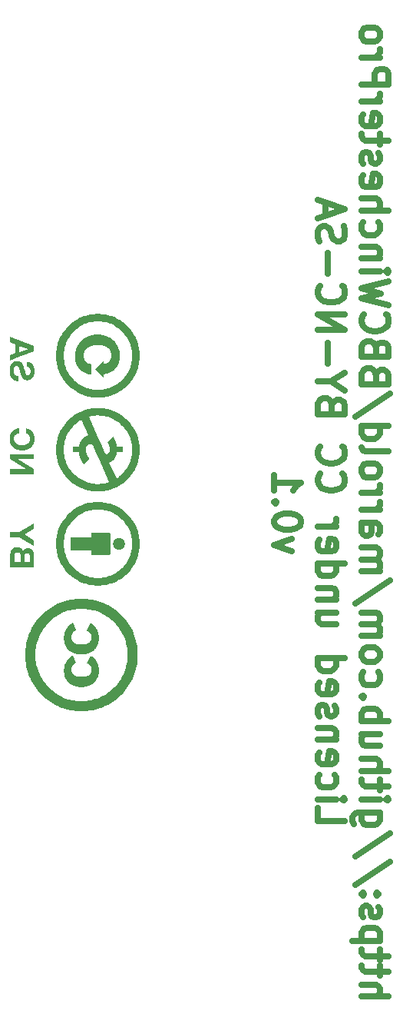
<source format=gbr>
%TF.GenerationSoftware,KiCad,Pcbnew,(6.0.11)*%
%TF.CreationDate,2024-01-03T20:09:10+00:00*%
%TF.ProjectId,BBCWinchesterPro,42424357-696e-4636-9865-737465725072,rev?*%
%TF.SameCoordinates,Original*%
%TF.FileFunction,Legend,Bot*%
%TF.FilePolarity,Positive*%
%FSLAX46Y46*%
G04 Gerber Fmt 4.6, Leading zero omitted, Abs format (unit mm)*
G04 Created by KiCad (PCBNEW (6.0.11)) date 2024-01-03 20:09:10*
%MOMM*%
%LPD*%
G01*
G04 APERTURE LIST*
%ADD10C,0.000000*%
%ADD11C,0.700000*%
G04 APERTURE END LIST*
D10*
G36*
X104832608Y-108916994D02*
G01*
X103794707Y-109529020D01*
X104832605Y-110144510D01*
X104832605Y-110792356D01*
X103227813Y-109827905D01*
X102204549Y-109827905D01*
X102204549Y-109248620D01*
X103213177Y-109248620D01*
X104832608Y-108272616D01*
X104832608Y-108916994D01*
G37*
G36*
X111647517Y-115128988D02*
G01*
X111417904Y-115113063D01*
X111192416Y-115086521D01*
X110971056Y-115049362D01*
X110753822Y-115001584D01*
X110540717Y-114943187D01*
X110331740Y-114874170D01*
X110126891Y-114794534D01*
X109926173Y-114704277D01*
X109729584Y-114603399D01*
X109537127Y-114491899D01*
X109348800Y-114369777D01*
X109164605Y-114237033D01*
X108984542Y-114093664D01*
X108808612Y-113939672D01*
X108636816Y-113775055D01*
X108472491Y-113603100D01*
X108318759Y-113427093D01*
X108175622Y-113247034D01*
X108043081Y-113062926D01*
X107921137Y-112874769D01*
X107809791Y-112682564D01*
X107709043Y-112486313D01*
X107618896Y-112286016D01*
X107539351Y-112081675D01*
X107470408Y-111873292D01*
X107412068Y-111660866D01*
X107364333Y-111444399D01*
X107327204Y-111223893D01*
X107300682Y-110999348D01*
X107284768Y-110770766D01*
X107279463Y-110538147D01*
X107279734Y-110526199D01*
X108119411Y-110526199D01*
X108123769Y-110717568D01*
X108136842Y-110905597D01*
X108158631Y-111090288D01*
X108189136Y-111271640D01*
X108228359Y-111449654D01*
X108276299Y-111624331D01*
X108332957Y-111795671D01*
X108398334Y-111963675D01*
X108472431Y-112128344D01*
X108555247Y-112289678D01*
X108646784Y-112447677D01*
X108747042Y-112602342D01*
X108856022Y-112753674D01*
X108973724Y-112901673D01*
X109100148Y-113046340D01*
X109235296Y-113187675D01*
X109376388Y-113322979D01*
X109520716Y-113449555D01*
X109668280Y-113567401D01*
X109819081Y-113676518D01*
X109973119Y-113776905D01*
X110130394Y-113868564D01*
X110290907Y-113951493D01*
X110454658Y-114025692D01*
X110621647Y-114091163D01*
X110791874Y-114147904D01*
X110965340Y-114195915D01*
X111142045Y-114235198D01*
X111321989Y-114265750D01*
X111505173Y-114287574D01*
X111691597Y-114300668D01*
X111881261Y-114305033D01*
X112071013Y-114300623D01*
X112257701Y-114287394D01*
X112441327Y-114265344D01*
X112621891Y-114234476D01*
X112799394Y-114194788D01*
X112973836Y-114146280D01*
X113145220Y-114088952D01*
X113313545Y-114022805D01*
X113478812Y-113947839D01*
X113641023Y-113864052D01*
X113800178Y-113771447D01*
X113956277Y-113670021D01*
X114109323Y-113559776D01*
X114259314Y-113440711D01*
X114406254Y-113312827D01*
X114550141Y-113176123D01*
X114683894Y-113038826D01*
X114809021Y-112897756D01*
X114925523Y-112752911D01*
X115033399Y-112604292D01*
X115132648Y-112451897D01*
X115223270Y-112295725D01*
X115305263Y-112135777D01*
X115378629Y-111972052D01*
X115443365Y-111804549D01*
X115499472Y-111633268D01*
X115546948Y-111458207D01*
X115585794Y-111279367D01*
X115616008Y-111096747D01*
X115637590Y-110910346D01*
X115650540Y-110720164D01*
X115654857Y-110526199D01*
X115650541Y-110332194D01*
X115637591Y-110141889D01*
X115616009Y-109955283D01*
X115585795Y-109772375D01*
X115546949Y-109593163D01*
X115499473Y-109417648D01*
X115443366Y-109245826D01*
X115378630Y-109077698D01*
X115305265Y-108913262D01*
X115223271Y-108752517D01*
X115132650Y-108595462D01*
X115033401Y-108442096D01*
X114925525Y-108292417D01*
X114809022Y-108146425D01*
X114683894Y-108004118D01*
X114550141Y-107865495D01*
X114411665Y-107731521D01*
X114269408Y-107606195D01*
X114123370Y-107489516D01*
X113973553Y-107381483D01*
X113819957Y-107282096D01*
X113662584Y-107191354D01*
X113501434Y-107109258D01*
X113336507Y-107035805D01*
X113167806Y-106970996D01*
X112995330Y-106914830D01*
X112819080Y-106867307D01*
X112639058Y-106828425D01*
X112455265Y-106798185D01*
X112267700Y-106776585D01*
X112076365Y-106763626D01*
X111881261Y-106759306D01*
X111684938Y-106763536D01*
X111492835Y-106776224D01*
X111304953Y-106797372D01*
X111121291Y-106826981D01*
X110941850Y-106865050D01*
X110766630Y-106911580D01*
X110595632Y-106966572D01*
X110428855Y-107030027D01*
X110266300Y-107101945D01*
X110107968Y-107182326D01*
X109953858Y-107271172D01*
X109803971Y-107368482D01*
X109658308Y-107474258D01*
X109516867Y-107588500D01*
X109379651Y-107711207D01*
X109246658Y-107842382D01*
X109110145Y-107986516D01*
X108982442Y-108133799D01*
X108863547Y-108284232D01*
X108753461Y-108437814D01*
X108652184Y-108594544D01*
X108559715Y-108754421D01*
X108476053Y-108917446D01*
X108401200Y-109083618D01*
X108335153Y-109252936D01*
X108277914Y-109425399D01*
X108229481Y-109601007D01*
X108189856Y-109779759D01*
X108159036Y-109961655D01*
X108137022Y-110146694D01*
X108123814Y-110334876D01*
X108119411Y-110526199D01*
X107279734Y-110526199D01*
X107284809Y-110302527D01*
X107300847Y-110070861D01*
X107327579Y-109843150D01*
X107365005Y-109619395D01*
X107413126Y-109399596D01*
X107471942Y-109183754D01*
X107541456Y-108971869D01*
X107621667Y-108763942D01*
X107712576Y-108559974D01*
X107814184Y-108359964D01*
X107926492Y-108163915D01*
X108049502Y-107971825D01*
X108183213Y-107783696D01*
X108327626Y-107599529D01*
X108482743Y-107419323D01*
X108648564Y-107243080D01*
X108813510Y-107084060D01*
X108983402Y-106935303D01*
X109158241Y-106796810D01*
X109338026Y-106668579D01*
X109522757Y-106550609D01*
X109712434Y-106442901D01*
X109907058Y-106345453D01*
X110106629Y-106258266D01*
X110311145Y-106181338D01*
X110520609Y-106114669D01*
X110735018Y-106058258D01*
X110954374Y-106012105D01*
X111178676Y-105976209D01*
X111407925Y-105950570D01*
X111642120Y-105935187D01*
X111881261Y-105930059D01*
X112120536Y-105935277D01*
X112355131Y-105950931D01*
X112585047Y-105977021D01*
X112810285Y-106013549D01*
X113030844Y-106060515D01*
X113246727Y-106117919D01*
X113457933Y-106185762D01*
X113664462Y-106264044D01*
X113866316Y-106352766D01*
X114063495Y-106451929D01*
X114256000Y-106561533D01*
X114443830Y-106681579D01*
X114626987Y-106812067D01*
X114805472Y-106952998D01*
X114979284Y-107104373D01*
X115148425Y-107266191D01*
X115310017Y-107435570D01*
X115461184Y-107609626D01*
X115601926Y-107788360D01*
X115732242Y-107971774D01*
X115852133Y-108159869D01*
X115961598Y-108352645D01*
X116060638Y-108550104D01*
X116149253Y-108752247D01*
X116227442Y-108959075D01*
X116295207Y-109170589D01*
X116352545Y-109386790D01*
X116399459Y-109607680D01*
X116435947Y-109833260D01*
X116462011Y-110063531D01*
X116477648Y-110298493D01*
X116482861Y-110538148D01*
X116477648Y-110774830D01*
X116462010Y-111006933D01*
X116435947Y-111234457D01*
X116399458Y-111457400D01*
X116352545Y-111675763D01*
X116295205Y-111889542D01*
X116227441Y-112098738D01*
X116149251Y-112303350D01*
X116060636Y-112503375D01*
X115961595Y-112698814D01*
X115852129Y-112889664D01*
X115732238Y-113075925D01*
X115601922Y-113257596D01*
X115461180Y-113434676D01*
X115310013Y-113607162D01*
X115148421Y-113775055D01*
X114973894Y-113939672D01*
X114795406Y-114093664D01*
X114612957Y-114237032D01*
X114426549Y-114369777D01*
X114236184Y-114491899D01*
X114041862Y-114603399D01*
X113843583Y-114704277D01*
X113641351Y-114794534D01*
X113435165Y-114874170D01*
X113225026Y-114943186D01*
X113010936Y-115001583D01*
X112792896Y-115049361D01*
X112570907Y-115086521D01*
X112344970Y-115113063D01*
X112115086Y-115128988D01*
X111881261Y-115134296D01*
X111881257Y-115134296D01*
X111647517Y-115128988D01*
G37*
G36*
X103218961Y-98361231D02*
G01*
X103186218Y-98365803D01*
X103154280Y-98371287D01*
X103123146Y-98377681D01*
X103092817Y-98384985D01*
X103063293Y-98393198D01*
X103034576Y-98402321D01*
X103006665Y-98412352D01*
X102979562Y-98423291D01*
X102953266Y-98435137D01*
X102927779Y-98447890D01*
X102903100Y-98461548D01*
X102879232Y-98476113D01*
X102856173Y-98491582D01*
X102833925Y-98507955D01*
X102812488Y-98525232D01*
X102791863Y-98543413D01*
X102772208Y-98562501D01*
X102753826Y-98582499D01*
X102736715Y-98603407D01*
X102720875Y-98625223D01*
X102706305Y-98647947D01*
X102693006Y-98671576D01*
X102680975Y-98696111D01*
X102670214Y-98721549D01*
X102660720Y-98747890D01*
X102652495Y-98775133D01*
X102645536Y-98803277D01*
X102639844Y-98832320D01*
X102635418Y-98862261D01*
X102632257Y-98893099D01*
X102630361Y-98924833D01*
X102629729Y-98957463D01*
X102630022Y-98981643D01*
X102630903Y-99005362D01*
X102632371Y-99028621D01*
X102634428Y-99051420D01*
X102637074Y-99073758D01*
X102640310Y-99095635D01*
X102644135Y-99117052D01*
X102648551Y-99138009D01*
X102653559Y-99158505D01*
X102659158Y-99178541D01*
X102665349Y-99198117D01*
X102672134Y-99217232D01*
X102679512Y-99235887D01*
X102687484Y-99254081D01*
X102696051Y-99271816D01*
X102705212Y-99289090D01*
X102714862Y-99305930D01*
X102724891Y-99322365D01*
X102735302Y-99338393D01*
X102746096Y-99354014D01*
X102757273Y-99369230D01*
X102768835Y-99384039D01*
X102780782Y-99398442D01*
X102793117Y-99412438D01*
X102805840Y-99426028D01*
X102818952Y-99439212D01*
X102832454Y-99451990D01*
X102846348Y-99464362D01*
X102860634Y-99476327D01*
X102875314Y-99487886D01*
X102890389Y-99499039D01*
X102905860Y-99509786D01*
X102921584Y-99520222D01*
X102937560Y-99530298D01*
X102953788Y-99540012D01*
X102970267Y-99549365D01*
X102986996Y-99558358D01*
X103003975Y-99566989D01*
X103021203Y-99575258D01*
X103038680Y-99583167D01*
X103056405Y-99590714D01*
X103074378Y-99597900D01*
X103092598Y-99604725D01*
X103111064Y-99611188D01*
X103129777Y-99617290D01*
X103148735Y-99623030D01*
X103167938Y-99628408D01*
X103187385Y-99633425D01*
X103226540Y-99642499D01*
X103266016Y-99650346D01*
X103305808Y-99656971D01*
X103345911Y-99662381D01*
X103386321Y-99666580D01*
X103427033Y-99669572D01*
X103468043Y-99671364D01*
X103509346Y-99671960D01*
X103552364Y-99671362D01*
X103595052Y-99669566D01*
X103637407Y-99666568D01*
X103679423Y-99662365D01*
X103721096Y-99656952D01*
X103762422Y-99650327D01*
X103803396Y-99642486D01*
X103844014Y-99633425D01*
X103864098Y-99628406D01*
X103883910Y-99623026D01*
X103903452Y-99617284D01*
X103922723Y-99611181D01*
X103941724Y-99604717D01*
X103960453Y-99597893D01*
X103978912Y-99590707D01*
X103997100Y-99583160D01*
X104015017Y-99575251D01*
X104032663Y-99566982D01*
X104050038Y-99558352D01*
X104067143Y-99549361D01*
X104083976Y-99540009D01*
X104100539Y-99530296D01*
X104116832Y-99520221D01*
X104132853Y-99509786D01*
X104148536Y-99499039D01*
X104163813Y-99487886D01*
X104178684Y-99476327D01*
X104193149Y-99464361D01*
X104207208Y-99451990D01*
X104220860Y-99439212D01*
X104234106Y-99426027D01*
X104246946Y-99412437D01*
X104259380Y-99398440D01*
X104271407Y-99384037D01*
X104283029Y-99369228D01*
X104294244Y-99354013D01*
X104305052Y-99338392D01*
X104315455Y-99322364D01*
X104325451Y-99305930D01*
X104335041Y-99289090D01*
X104344202Y-99271815D01*
X104352768Y-99254081D01*
X104360739Y-99235886D01*
X104368117Y-99217230D01*
X104374902Y-99198115D01*
X104381094Y-99178539D01*
X104386693Y-99158503D01*
X104391701Y-99138007D01*
X104396118Y-99117050D01*
X104399944Y-99095633D01*
X104403180Y-99073756D01*
X104405827Y-99051418D01*
X104407884Y-99028620D01*
X104409353Y-99005361D01*
X104410234Y-98981642D01*
X104410528Y-98957463D01*
X104410392Y-98944206D01*
X104409985Y-98931014D01*
X104409306Y-98917885D01*
X104408355Y-98904822D01*
X104407130Y-98891824D01*
X104405631Y-98878892D01*
X104403859Y-98866026D01*
X104401811Y-98853228D01*
X104399488Y-98840498D01*
X104396889Y-98827835D01*
X104394013Y-98815242D01*
X104390861Y-98802718D01*
X104387430Y-98790263D01*
X104383722Y-98777880D01*
X104379734Y-98765567D01*
X104375468Y-98753326D01*
X104371023Y-98741202D01*
X104366353Y-98729240D01*
X104361460Y-98717439D01*
X104356345Y-98705799D01*
X104351008Y-98694320D01*
X104345451Y-98683000D01*
X104339676Y-98671839D01*
X104333682Y-98660837D01*
X104327473Y-98649992D01*
X104321047Y-98639306D01*
X104314407Y-98628776D01*
X104307554Y-98618402D01*
X104300489Y-98608184D01*
X104293213Y-98598122D01*
X104285727Y-98588214D01*
X104278033Y-98578460D01*
X104270152Y-98568882D01*
X104262110Y-98559503D01*
X104253905Y-98550324D01*
X104245537Y-98541345D01*
X104237007Y-98532566D01*
X104228315Y-98523990D01*
X104219460Y-98515615D01*
X104210443Y-98507442D01*
X104201263Y-98499473D01*
X104191921Y-98491708D01*
X104182416Y-98484147D01*
X104172749Y-98476791D01*
X104162920Y-98469641D01*
X104152928Y-98462696D01*
X104142774Y-98455958D01*
X104132458Y-98449428D01*
X104132471Y-98449431D01*
X104122077Y-98443152D01*
X104111549Y-98437160D01*
X104100887Y-98431455D01*
X104090090Y-98426036D01*
X104079161Y-98420904D01*
X104068099Y-98416057D01*
X104056905Y-98411495D01*
X104045580Y-98407218D01*
X104034124Y-98403225D01*
X104022537Y-98399516D01*
X104010821Y-98396089D01*
X103998975Y-98392946D01*
X103987001Y-98390084D01*
X103974898Y-98387504D01*
X103962668Y-98385205D01*
X103950311Y-98383187D01*
X103950311Y-97823545D01*
X103978635Y-97827078D01*
X104006562Y-97831181D01*
X104034090Y-97835854D01*
X104061219Y-97841097D01*
X104087949Y-97846912D01*
X104114279Y-97853298D01*
X104140208Y-97860256D01*
X104165736Y-97867787D01*
X104190863Y-97875892D01*
X104215587Y-97884570D01*
X104239909Y-97893823D01*
X104263827Y-97903650D01*
X104287342Y-97914053D01*
X104310452Y-97925032D01*
X104333157Y-97936588D01*
X104355456Y-97948720D01*
X104377331Y-97961350D01*
X104398763Y-97974394D01*
X104419751Y-97987856D01*
X104440296Y-98001734D01*
X104460396Y-98016030D01*
X104480051Y-98030744D01*
X104499260Y-98045877D01*
X104518023Y-98061429D01*
X104536339Y-98077401D01*
X104554208Y-98093793D01*
X104571629Y-98110606D01*
X104588602Y-98127840D01*
X104605126Y-98145496D01*
X104621200Y-98163575D01*
X104636824Y-98182077D01*
X104651997Y-98201003D01*
X104666790Y-98220230D01*
X104681132Y-98239782D01*
X104695023Y-98259658D01*
X104708463Y-98279857D01*
X104721452Y-98300379D01*
X104733989Y-98321224D01*
X104746075Y-98342389D01*
X104757710Y-98363876D01*
X104768893Y-98385684D01*
X104779625Y-98407811D01*
X104789906Y-98430258D01*
X104799736Y-98453024D01*
X104809114Y-98476108D01*
X104818041Y-98499509D01*
X104826517Y-98523228D01*
X104834542Y-98547264D01*
X104849295Y-98595885D01*
X104862065Y-98645264D01*
X104872857Y-98695402D01*
X104881676Y-98746297D01*
X104888526Y-98797951D01*
X104893413Y-98850363D01*
X104896342Y-98903534D01*
X104897317Y-98957463D01*
X104896901Y-98994994D01*
X104895655Y-99032047D01*
X104893577Y-99068623D01*
X104890667Y-99104722D01*
X104886924Y-99140345D01*
X104882348Y-99175492D01*
X104876938Y-99210164D01*
X104870694Y-99244362D01*
X104863615Y-99278086D01*
X104855700Y-99311336D01*
X104846950Y-99344113D01*
X104837362Y-99376418D01*
X104826938Y-99408252D01*
X104815676Y-99439614D01*
X104803575Y-99470506D01*
X104790636Y-99500928D01*
X104776962Y-99530754D01*
X104762656Y-99560001D01*
X104747717Y-99588668D01*
X104732147Y-99616754D01*
X104715945Y-99644257D01*
X104699111Y-99671177D01*
X104681645Y-99697513D01*
X104663548Y-99723263D01*
X104644818Y-99748426D01*
X104625457Y-99773002D01*
X104605464Y-99796988D01*
X104584839Y-99820384D01*
X104563582Y-99843189D01*
X104541693Y-99865402D01*
X104519173Y-99887022D01*
X104496021Y-99908046D01*
X104472300Y-99928475D01*
X104448074Y-99948307D01*
X104423342Y-99967541D01*
X104398105Y-99986175D01*
X104372363Y-100004209D01*
X104346115Y-100021642D01*
X104319361Y-100038472D01*
X104292102Y-100054698D01*
X104264337Y-100070319D01*
X104236067Y-100085335D01*
X104207291Y-100099743D01*
X104178010Y-100113543D01*
X104148223Y-100126734D01*
X104117931Y-100139315D01*
X104087133Y-100151284D01*
X104055830Y-100162640D01*
X103992068Y-100183365D01*
X103927002Y-100201342D01*
X103860626Y-100216566D01*
X103792938Y-100229031D01*
X103723931Y-100238735D01*
X103653603Y-100245671D01*
X103581947Y-100249837D01*
X103508960Y-100251226D01*
X103473156Y-100250878D01*
X103437667Y-100249837D01*
X103402491Y-100248101D01*
X103367625Y-100245671D01*
X103333069Y-100242549D01*
X103298820Y-100238735D01*
X103264877Y-100234228D01*
X103231238Y-100229031D01*
X103197902Y-100223143D01*
X103164866Y-100216566D01*
X103132129Y-100209298D01*
X103099689Y-100201342D01*
X103067545Y-100192698D01*
X103035695Y-100183365D01*
X103004137Y-100173346D01*
X102972870Y-100162640D01*
X102942067Y-100151283D01*
X102911762Y-100139314D01*
X102881954Y-100126733D01*
X102852645Y-100113541D01*
X102823834Y-100099741D01*
X102795522Y-100085332D01*
X102767711Y-100070316D01*
X102740400Y-100054695D01*
X102713590Y-100038468D01*
X102687281Y-100021639D01*
X102661475Y-100004206D01*
X102636171Y-99986172D01*
X102611371Y-99967538D01*
X102587074Y-99948305D01*
X102563281Y-99928474D01*
X102539994Y-99908046D01*
X102517335Y-99887022D01*
X102495281Y-99865402D01*
X102473836Y-99843189D01*
X102453001Y-99820384D01*
X102432777Y-99796988D01*
X102413166Y-99773002D01*
X102394170Y-99748426D01*
X102375791Y-99723263D01*
X102358029Y-99697513D01*
X102340888Y-99671177D01*
X102324369Y-99644257D01*
X102308472Y-99616754D01*
X102293201Y-99588668D01*
X102278557Y-99560001D01*
X102264541Y-99530754D01*
X102251155Y-99500928D01*
X102238426Y-99470506D01*
X102226518Y-99439614D01*
X102215431Y-99408252D01*
X102205164Y-99376418D01*
X102195718Y-99344112D01*
X102187094Y-99311334D01*
X102179290Y-99278084D01*
X102172308Y-99244360D01*
X102166147Y-99210162D01*
X102160807Y-99175490D01*
X102156289Y-99140342D01*
X102152591Y-99104720D01*
X102149716Y-99068621D01*
X102147662Y-99032046D01*
X102146429Y-98994993D01*
X102146018Y-98957463D01*
X102146307Y-98927284D01*
X102147174Y-98897414D01*
X102148618Y-98867853D01*
X102150640Y-98838603D01*
X102153240Y-98809664D01*
X102156417Y-98781038D01*
X102160172Y-98752725D01*
X102164505Y-98724727D01*
X102169415Y-98697045D01*
X102174903Y-98669681D01*
X102180969Y-98642634D01*
X102187612Y-98615907D01*
X102194833Y-98589500D01*
X102202631Y-98563415D01*
X102211008Y-98537652D01*
X102219961Y-98512213D01*
X102229462Y-98487067D01*
X102239477Y-98462328D01*
X102250008Y-98437995D01*
X102261055Y-98414068D01*
X102272619Y-98390547D01*
X102284701Y-98367433D01*
X102297300Y-98344725D01*
X102310417Y-98322423D01*
X102324054Y-98300528D01*
X102338210Y-98279039D01*
X102352887Y-98257956D01*
X102368084Y-98237279D01*
X102383802Y-98217008D01*
X102400042Y-98197144D01*
X102416804Y-98177686D01*
X102434089Y-98158634D01*
X102451862Y-98140011D01*
X102470087Y-98121841D01*
X102488765Y-98104124D01*
X102507899Y-98086862D01*
X102527488Y-98070056D01*
X102547535Y-98053706D01*
X102568039Y-98037815D01*
X102589003Y-98022383D01*
X102610427Y-98007411D01*
X102632312Y-97992901D01*
X102654660Y-97978853D01*
X102677472Y-97965270D01*
X102700749Y-97952151D01*
X102724492Y-97939498D01*
X102748701Y-97927313D01*
X102773379Y-97915596D01*
X102798408Y-97904384D01*
X102823816Y-97893714D01*
X102849602Y-97883588D01*
X102875765Y-97874004D01*
X102902305Y-97864965D01*
X102929222Y-97856470D01*
X102956514Y-97848520D01*
X102984182Y-97841115D01*
X103040641Y-97827945D01*
X103098593Y-97816965D01*
X103158035Y-97808178D01*
X103218961Y-97801589D01*
X103218961Y-98361231D01*
G37*
G36*
X103012940Y-90398746D02*
G01*
X103039662Y-90399843D01*
X103065761Y-90401671D01*
X103091237Y-90404231D01*
X103116091Y-90407521D01*
X103140322Y-90411543D01*
X103163930Y-90416296D01*
X103186915Y-90421780D01*
X103209277Y-90427995D01*
X103231017Y-90434942D01*
X103252134Y-90442620D01*
X103272628Y-90451029D01*
X103292500Y-90460169D01*
X103311748Y-90470040D01*
X103330374Y-90480643D01*
X103348377Y-90491976D01*
X103365848Y-90503879D01*
X103382876Y-90516045D01*
X103399461Y-90528474D01*
X103415605Y-90541169D01*
X103431306Y-90554130D01*
X103446565Y-90567358D01*
X103461382Y-90580855D01*
X103475756Y-90594622D01*
X103489688Y-90608659D01*
X103503178Y-90622969D01*
X103516225Y-90637551D01*
X103528830Y-90652408D01*
X103540993Y-90667541D01*
X103552714Y-90682949D01*
X103563992Y-90698636D01*
X103574827Y-90714601D01*
X103595318Y-90746718D01*
X103614338Y-90778935D01*
X103631897Y-90811241D01*
X103648002Y-90843630D01*
X103662663Y-90876090D01*
X103675888Y-90908613D01*
X103687686Y-90941191D01*
X103698065Y-90973813D01*
X103715962Y-91035330D01*
X103723805Y-91063466D01*
X103730898Y-91089843D01*
X103737233Y-91114450D01*
X103742800Y-91137279D01*
X103747591Y-91158321D01*
X103751596Y-91177566D01*
X103808683Y-91400482D01*
X103854809Y-91576596D01*
X103864917Y-91613682D01*
X103875025Y-91648682D01*
X103885132Y-91681606D01*
X103895239Y-91712463D01*
X103905348Y-91741262D01*
X103915457Y-91768012D01*
X103925569Y-91792721D01*
X103935684Y-91815400D01*
X103940770Y-91826007D01*
X103945918Y-91836163D01*
X103951127Y-91845870D01*
X103956399Y-91855126D01*
X103961731Y-91863934D01*
X103967123Y-91872293D01*
X103972575Y-91880204D01*
X103978087Y-91887667D01*
X103983658Y-91894684D01*
X103989287Y-91901254D01*
X103994974Y-91907379D01*
X104000718Y-91913058D01*
X104006520Y-91918293D01*
X104012378Y-91923083D01*
X104018292Y-91927430D01*
X104024261Y-91931334D01*
X104030304Y-91934900D01*
X104036590Y-91938231D01*
X104043117Y-91941329D01*
X104049884Y-91944194D01*
X104056891Y-91946826D01*
X104064135Y-91949226D01*
X104071616Y-91951395D01*
X104079333Y-91953333D01*
X104087285Y-91955041D01*
X104095470Y-91956519D01*
X104103888Y-91957768D01*
X104112537Y-91958789D01*
X104121416Y-91959582D01*
X104130525Y-91960148D01*
X104139861Y-91960487D01*
X104149424Y-91960599D01*
X104159854Y-91960455D01*
X104170059Y-91960022D01*
X104180039Y-91959301D01*
X104189792Y-91958292D01*
X104199321Y-91956997D01*
X104208623Y-91955415D01*
X104217700Y-91953548D01*
X104226551Y-91951396D01*
X104235177Y-91948960D01*
X104243576Y-91946240D01*
X104251749Y-91943238D01*
X104259696Y-91939953D01*
X104267417Y-91936386D01*
X104274912Y-91932538D01*
X104282180Y-91928409D01*
X104289222Y-91924001D01*
X104296078Y-91919307D01*
X104302781Y-91914467D01*
X104309333Y-91909479D01*
X104315735Y-91904341D01*
X104321989Y-91899053D01*
X104328094Y-91893612D01*
X104334053Y-91888016D01*
X104339866Y-91882264D01*
X104345535Y-91876353D01*
X104351060Y-91870283D01*
X104356444Y-91864051D01*
X104361686Y-91857656D01*
X104366788Y-91851096D01*
X104371751Y-91844370D01*
X104376577Y-91837474D01*
X104381265Y-91830409D01*
X104385794Y-91823282D01*
X104390144Y-91816055D01*
X104394316Y-91808727D01*
X104398311Y-91801299D01*
X104402131Y-91793768D01*
X104405777Y-91786136D01*
X104409249Y-91778401D01*
X104412549Y-91770563D01*
X104415677Y-91762621D01*
X104418636Y-91754575D01*
X104421425Y-91746424D01*
X104424046Y-91738167D01*
X104426501Y-91729804D01*
X104428789Y-91721335D01*
X104430913Y-91712758D01*
X104432873Y-91704074D01*
X104436264Y-91686725D01*
X104439218Y-91669350D01*
X104441731Y-91651956D01*
X104443797Y-91634553D01*
X104445412Y-91617149D01*
X104446571Y-91599755D01*
X104447270Y-91582379D01*
X104447504Y-91565029D01*
X104447214Y-91538706D01*
X104446344Y-91512893D01*
X104444896Y-91487596D01*
X104442870Y-91462817D01*
X104440268Y-91438561D01*
X104437090Y-91414834D01*
X104433337Y-91391639D01*
X104429010Y-91368980D01*
X104426664Y-91357863D01*
X104424102Y-91346900D01*
X104421327Y-91336092D01*
X104418341Y-91325439D01*
X104415144Y-91314941D01*
X104411739Y-91304600D01*
X104408128Y-91294416D01*
X104404312Y-91284389D01*
X104400293Y-91274521D01*
X104396073Y-91264811D01*
X104391653Y-91255260D01*
X104387035Y-91245868D01*
X104382222Y-91236637D01*
X104377214Y-91227566D01*
X104372013Y-91218657D01*
X104366621Y-91209910D01*
X104360935Y-91201280D01*
X104354995Y-91192868D01*
X104348801Y-91184672D01*
X104342353Y-91176693D01*
X104335650Y-91168931D01*
X104328692Y-91161385D01*
X104321477Y-91154056D01*
X104314005Y-91146944D01*
X104306277Y-91140048D01*
X104298290Y-91133368D01*
X104290045Y-91126904D01*
X104281541Y-91120657D01*
X104272778Y-91114625D01*
X104263754Y-91108810D01*
X104254470Y-91103210D01*
X104244925Y-91097826D01*
X104235159Y-91092695D01*
X104225068Y-91087843D01*
X104214653Y-91083267D01*
X104203916Y-91078968D01*
X104192855Y-91074943D01*
X104181473Y-91071193D01*
X104169769Y-91067716D01*
X104157744Y-91064510D01*
X104145398Y-91061576D01*
X104132733Y-91058911D01*
X104119748Y-91056514D01*
X104106445Y-91054386D01*
X104092823Y-91052523D01*
X104078884Y-91050927D01*
X104064628Y-91049594D01*
X104050055Y-91048525D01*
X104050055Y-90487725D01*
X104078312Y-90488063D01*
X104106036Y-90489078D01*
X104133230Y-90490769D01*
X104159892Y-90493135D01*
X104186025Y-90496176D01*
X104211627Y-90499891D01*
X104236701Y-90504280D01*
X104261245Y-90509342D01*
X104285262Y-90515077D01*
X104308752Y-90521483D01*
X104331714Y-90528561D01*
X104354150Y-90536310D01*
X104376060Y-90544729D01*
X104397445Y-90553818D01*
X104418305Y-90563575D01*
X104438640Y-90574002D01*
X104458422Y-90585069D01*
X104477760Y-90596606D01*
X104496657Y-90608614D01*
X104515111Y-90621094D01*
X104533123Y-90634045D01*
X104550693Y-90647468D01*
X104567821Y-90661364D01*
X104584506Y-90675734D01*
X104600749Y-90690577D01*
X104616549Y-90705895D01*
X104631907Y-90721688D01*
X104646823Y-90737956D01*
X104661297Y-90754701D01*
X104675328Y-90771922D01*
X104688917Y-90789620D01*
X104702063Y-90807796D01*
X104714700Y-90826310D01*
X104726901Y-90845166D01*
X104738665Y-90864361D01*
X104749990Y-90883894D01*
X104760875Y-90903764D01*
X104771319Y-90923968D01*
X104781319Y-90944505D01*
X104790874Y-90965373D01*
X104799983Y-90986571D01*
X104808643Y-91008097D01*
X104816854Y-91029949D01*
X104824613Y-91052125D01*
X104831919Y-91074625D01*
X104838771Y-91097445D01*
X104845166Y-91120586D01*
X104851104Y-91144043D01*
X104861932Y-91191672D01*
X104871318Y-91239810D01*
X104879261Y-91288463D01*
X104885761Y-91337636D01*
X104890817Y-91387332D01*
X104894429Y-91437556D01*
X104896597Y-91488313D01*
X104897320Y-91539606D01*
X104896579Y-91583675D01*
X104894356Y-91627771D01*
X104890643Y-91671886D01*
X104885437Y-91716009D01*
X104878731Y-91760133D01*
X104870521Y-91804247D01*
X104860801Y-91848343D01*
X104849566Y-91892413D01*
X104843374Y-91914366D01*
X104836783Y-91936031D01*
X104829795Y-91957408D01*
X104822408Y-91978495D01*
X104814621Y-91999293D01*
X104806435Y-92019803D01*
X104797848Y-92040024D01*
X104788860Y-92059956D01*
X104779470Y-92079600D01*
X104769678Y-92098954D01*
X104759484Y-92118020D01*
X104748885Y-92136797D01*
X104737883Y-92155285D01*
X104726477Y-92173484D01*
X104714665Y-92191395D01*
X104702448Y-92209016D01*
X104689766Y-92226217D01*
X104676704Y-92243011D01*
X104663262Y-92259398D01*
X104649439Y-92275377D01*
X104635235Y-92290947D01*
X104620649Y-92306109D01*
X104605681Y-92320861D01*
X104590329Y-92335202D01*
X104574595Y-92349134D01*
X104558475Y-92362653D01*
X104541972Y-92375761D01*
X104525083Y-92388457D01*
X104507808Y-92400739D01*
X104490146Y-92412608D01*
X104472098Y-92424063D01*
X104453662Y-92435103D01*
X104434824Y-92445532D01*
X104415571Y-92455292D01*
X104395901Y-92464382D01*
X104375814Y-92472802D01*
X104355309Y-92480552D01*
X104334387Y-92487630D01*
X104313046Y-92494036D01*
X104291286Y-92499770D01*
X104269106Y-92504832D01*
X104246505Y-92509220D01*
X104223484Y-92512934D01*
X104200042Y-92515974D01*
X104176178Y-92518340D01*
X104151891Y-92520030D01*
X104127181Y-92521045D01*
X104102048Y-92521383D01*
X104079726Y-92521117D01*
X104057819Y-92520318D01*
X104036327Y-92518986D01*
X104015250Y-92517122D01*
X103994589Y-92514725D01*
X103974343Y-92511796D01*
X103954512Y-92508334D01*
X103935096Y-92504339D01*
X103916096Y-92499812D01*
X103897511Y-92494752D01*
X103879341Y-92489159D01*
X103861586Y-92483034D01*
X103844247Y-92476376D01*
X103827323Y-92469186D01*
X103810814Y-92461463D01*
X103794720Y-92453208D01*
X103779001Y-92444587D01*
X103763616Y-92435625D01*
X103748565Y-92426323D01*
X103733848Y-92416684D01*
X103719465Y-92406708D01*
X103705415Y-92396397D01*
X103691700Y-92385754D01*
X103678319Y-92374780D01*
X103665271Y-92363476D01*
X103652558Y-92351844D01*
X103640178Y-92339886D01*
X103628133Y-92327604D01*
X103616421Y-92314999D01*
X103605044Y-92302072D01*
X103594000Y-92288827D01*
X103583290Y-92275263D01*
X103562548Y-92247209D01*
X103542783Y-92218225D01*
X103524002Y-92188319D01*
X103506210Y-92157502D01*
X103489412Y-92125781D01*
X103473613Y-92093167D01*
X103458817Y-92059668D01*
X103445031Y-92025293D01*
X103431997Y-91990230D01*
X103419467Y-91954947D01*
X103407444Y-91919437D01*
X103395926Y-91883697D01*
X103384913Y-91847723D01*
X103374407Y-91811509D01*
X103364406Y-91775052D01*
X103354911Y-91738347D01*
X103335134Y-91666926D01*
X103316261Y-91595937D01*
X103298324Y-91525381D01*
X103281354Y-91455257D01*
X103272815Y-91420882D01*
X103263950Y-91387383D01*
X103254761Y-91354769D01*
X103245246Y-91323049D01*
X103235407Y-91292232D01*
X103225243Y-91262326D01*
X103214756Y-91233341D01*
X103203944Y-91205287D01*
X103198303Y-91191723D01*
X103192498Y-91178478D01*
X103186528Y-91165551D01*
X103180392Y-91152946D01*
X103174089Y-91140664D01*
X103167618Y-91128706D01*
X103160978Y-91117074D01*
X103154167Y-91105770D01*
X103147185Y-91094796D01*
X103140031Y-91084153D01*
X103132702Y-91073843D01*
X103125199Y-91063867D01*
X103117520Y-91054228D01*
X103109664Y-91044927D01*
X103101630Y-91035965D01*
X103093416Y-91027345D01*
X103084958Y-91019085D01*
X103076191Y-91011359D01*
X103067116Y-91004166D01*
X103057731Y-90997507D01*
X103048034Y-90991381D01*
X103038024Y-90985789D01*
X103027701Y-90980729D01*
X103017063Y-90976203D01*
X103006110Y-90972209D01*
X102994839Y-90968748D01*
X102983251Y-90965820D01*
X102971343Y-90963425D01*
X102959114Y-90961562D01*
X102946564Y-90960231D01*
X102933692Y-90959433D01*
X102920496Y-90959167D01*
X102908211Y-90959370D01*
X102896198Y-90959978D01*
X102884456Y-90960990D01*
X102872987Y-90962404D01*
X102861792Y-90964221D01*
X102850869Y-90966437D01*
X102840221Y-90969054D01*
X102829848Y-90972068D01*
X102819750Y-90975480D01*
X102809928Y-90979288D01*
X102800382Y-90983491D01*
X102791114Y-90988088D01*
X102782122Y-90993077D01*
X102773409Y-90998458D01*
X102764975Y-91004230D01*
X102756819Y-91010391D01*
X102748840Y-91016986D01*
X102741077Y-91023771D01*
X102733533Y-91030746D01*
X102726206Y-91037913D01*
X102719098Y-91045272D01*
X102712210Y-91052823D01*
X102705542Y-91060567D01*
X102699095Y-91068505D01*
X102692868Y-91076636D01*
X102686864Y-91084962D01*
X102681082Y-91093483D01*
X102675523Y-91102200D01*
X102670188Y-91111112D01*
X102665077Y-91120222D01*
X102660191Y-91129529D01*
X102655531Y-91139034D01*
X102646669Y-91158552D01*
X102638565Y-91178395D01*
X102631218Y-91198562D01*
X102624629Y-91219055D01*
X102618797Y-91239872D01*
X102613723Y-91261015D01*
X102609407Y-91282482D01*
X102605849Y-91304275D01*
X102602739Y-91326194D01*
X102600060Y-91347751D01*
X102597807Y-91368947D01*
X102595975Y-91389782D01*
X102594559Y-91410256D01*
X102593554Y-91430369D01*
X102592954Y-91450120D01*
X102592756Y-91469511D01*
X102593188Y-91497965D01*
X102594486Y-91526140D01*
X102596651Y-91554044D01*
X102599682Y-91581687D01*
X102603579Y-91609077D01*
X102608344Y-91636223D01*
X102613978Y-91663135D01*
X102620479Y-91689821D01*
X102624057Y-91703068D01*
X102627862Y-91716091D01*
X102631894Y-91728891D01*
X102636152Y-91741468D01*
X102640639Y-91753824D01*
X102645354Y-91765960D01*
X102650298Y-91777878D01*
X102655472Y-91789577D01*
X102660876Y-91801060D01*
X102666512Y-91812327D01*
X102672378Y-91823381D01*
X102678477Y-91834220D01*
X102684808Y-91844848D01*
X102691373Y-91855265D01*
X102698171Y-91865472D01*
X102705204Y-91875470D01*
X102712488Y-91885237D01*
X102720043Y-91894753D01*
X102727869Y-91904018D01*
X102735966Y-91913033D01*
X102744333Y-91921800D01*
X102752971Y-91930319D01*
X102761880Y-91938593D01*
X102771060Y-91946622D01*
X102780510Y-91954407D01*
X102790231Y-91961950D01*
X102800224Y-91969252D01*
X102810486Y-91976314D01*
X102821020Y-91983137D01*
X102831825Y-91989723D01*
X102842900Y-91996073D01*
X102854246Y-92002187D01*
X102854260Y-92002210D01*
X102865904Y-92008016D01*
X102877871Y-92013443D01*
X102890161Y-92018491D01*
X102902773Y-92023162D01*
X102915705Y-92027456D01*
X102928956Y-92031373D01*
X102942526Y-92034914D01*
X102956412Y-92038080D01*
X102970615Y-92040871D01*
X102985132Y-92043288D01*
X102999964Y-92045331D01*
X103015107Y-92047001D01*
X103030563Y-92048298D01*
X103046328Y-92049224D01*
X103062403Y-92049778D01*
X103078786Y-92049961D01*
X103078786Y-92610755D01*
X103048648Y-92610882D01*
X103019032Y-92610252D01*
X102989939Y-92608865D01*
X102961368Y-92606724D01*
X102933318Y-92603829D01*
X102905788Y-92600181D01*
X102878779Y-92595781D01*
X102852289Y-92590631D01*
X102826319Y-92584732D01*
X102800866Y-92578084D01*
X102775932Y-92570690D01*
X102751515Y-92562550D01*
X102727614Y-92553665D01*
X102704230Y-92544036D01*
X102681361Y-92533665D01*
X102659007Y-92522553D01*
X102637150Y-92510750D01*
X102615773Y-92498450D01*
X102594876Y-92485653D01*
X102574461Y-92472357D01*
X102554529Y-92458562D01*
X102535081Y-92444268D01*
X102516118Y-92429474D01*
X102497642Y-92414180D01*
X102479653Y-92398384D01*
X102462152Y-92382087D01*
X102445142Y-92365288D01*
X102428622Y-92347986D01*
X102412594Y-92330180D01*
X102397059Y-92311871D01*
X102382018Y-92293057D01*
X102367473Y-92273738D01*
X102353414Y-92254050D01*
X102339834Y-92233982D01*
X102326730Y-92213535D01*
X102314103Y-92192709D01*
X102301952Y-92171504D01*
X102290277Y-92149919D01*
X102279076Y-92127956D01*
X102268351Y-92105613D01*
X102258099Y-92082892D01*
X102248320Y-92059791D01*
X102239015Y-92036311D01*
X102230181Y-92012452D01*
X102221820Y-91988213D01*
X102213930Y-91963596D01*
X102206510Y-91938599D01*
X102199561Y-91913224D01*
X102187089Y-91861912D01*
X102176250Y-91810230D01*
X102167054Y-91758169D01*
X102159510Y-91705720D01*
X102153627Y-91652873D01*
X102149413Y-91599620D01*
X102146878Y-91545951D01*
X102146031Y-91491858D01*
X102147007Y-91425578D01*
X102149936Y-91361352D01*
X102154824Y-91299176D01*
X102161676Y-91239044D01*
X102170495Y-91180953D01*
X102181287Y-91124898D01*
X102187424Y-91097632D01*
X102194056Y-91070874D01*
X102201183Y-91044622D01*
X102208806Y-91018877D01*
X102216799Y-90993573D01*
X102225181Y-90968793D01*
X102233952Y-90944534D01*
X102243112Y-90920798D01*
X102252663Y-90897583D01*
X102262605Y-90874889D01*
X102272939Y-90852715D01*
X102283664Y-90831061D01*
X102294783Y-90809926D01*
X102306294Y-90789309D01*
X102318199Y-90769210D01*
X102330498Y-90749629D01*
X102343193Y-90730565D01*
X102356282Y-90712016D01*
X102369768Y-90693984D01*
X102383651Y-90676466D01*
X102397827Y-90659473D01*
X102412337Y-90643012D01*
X102427181Y-90627084D01*
X102442359Y-90611688D01*
X102457871Y-90596824D01*
X102473717Y-90582493D01*
X102489896Y-90568695D01*
X102506410Y-90555429D01*
X102523257Y-90542695D01*
X102540439Y-90530495D01*
X102557954Y-90518827D01*
X102575804Y-90507692D01*
X102593987Y-90497089D01*
X102612504Y-90487020D01*
X102631356Y-90477483D01*
X102650541Y-90468479D01*
X102669993Y-90460011D01*
X102689643Y-90452086D01*
X102709492Y-90444703D01*
X102729539Y-90437864D01*
X102749785Y-90431569D01*
X102770229Y-90425818D01*
X102790872Y-90420612D01*
X102811714Y-90415952D01*
X102832754Y-90411839D01*
X102853992Y-90408271D01*
X102875430Y-90405252D01*
X102897066Y-90402780D01*
X102918900Y-90400856D01*
X102940933Y-90399481D01*
X102963165Y-90398656D01*
X102985595Y-90398381D01*
X103012940Y-90398746D01*
G37*
G36*
X109444626Y-128951543D02*
G01*
X109140400Y-128915791D01*
X108841760Y-128865736D01*
X108548707Y-128801377D01*
X108261240Y-128722714D01*
X107979358Y-128629744D01*
X107703061Y-128522468D01*
X107432350Y-128400883D01*
X107167223Y-128264990D01*
X106907681Y-128114786D01*
X106653723Y-127950271D01*
X106405348Y-127771444D01*
X106162557Y-127578303D01*
X105925350Y-127370848D01*
X105693725Y-127149078D01*
X105471943Y-126917559D01*
X105264475Y-126680571D01*
X105071320Y-126438115D01*
X104892479Y-126190191D01*
X104727949Y-125936801D01*
X104577731Y-125677945D01*
X104441823Y-125413626D01*
X104320224Y-125143844D01*
X104212935Y-124868599D01*
X104119953Y-124587894D01*
X104041278Y-124301729D01*
X103976910Y-124010106D01*
X103926847Y-123713025D01*
X103891089Y-123410488D01*
X103869635Y-123102495D01*
X103862483Y-122789049D01*
X103862903Y-122770566D01*
X104992045Y-122770566D01*
X104997928Y-123028377D01*
X105015576Y-123281694D01*
X105044990Y-123530518D01*
X105086170Y-123774852D01*
X105139115Y-124014696D01*
X105203826Y-124250053D01*
X105280302Y-124480925D01*
X105368544Y-124707312D01*
X105468552Y-124929217D01*
X105580325Y-125146642D01*
X105703864Y-125359588D01*
X105839168Y-125568056D01*
X105986238Y-125772049D01*
X106145074Y-125971569D01*
X106315676Y-126166616D01*
X106498043Y-126357193D01*
X106688406Y-126539518D01*
X106883139Y-126710087D01*
X107082241Y-126868901D01*
X107285713Y-127015957D01*
X107493555Y-127151256D01*
X107705767Y-127274795D01*
X107922349Y-127386573D01*
X108143303Y-127486591D01*
X108368627Y-127574845D01*
X108598323Y-127651336D01*
X108832390Y-127716062D01*
X109070829Y-127769022D01*
X109313639Y-127810215D01*
X109560822Y-127839640D01*
X109812378Y-127857296D01*
X110068306Y-127863182D01*
X110324354Y-127857237D01*
X110576269Y-127839404D01*
X110824052Y-127809681D01*
X111067704Y-127768070D01*
X111307227Y-127714570D01*
X111542621Y-127649181D01*
X111773888Y-127571903D01*
X112001029Y-127482736D01*
X112224045Y-127381680D01*
X112442937Y-127268735D01*
X112657707Y-127143902D01*
X112868354Y-127007179D01*
X113074882Y-126858568D01*
X113277289Y-126698067D01*
X113475579Y-126525678D01*
X113669752Y-126341400D01*
X113850197Y-126156494D01*
X114019002Y-125966472D01*
X114176168Y-125771337D01*
X114321694Y-125571091D01*
X114455579Y-125365739D01*
X114577824Y-125155281D01*
X114688428Y-124939722D01*
X114787390Y-124719063D01*
X114874711Y-124493309D01*
X114950391Y-124262461D01*
X115014428Y-124026522D01*
X115066822Y-123785495D01*
X115107574Y-123539384D01*
X115136683Y-123288190D01*
X115154149Y-123031916D01*
X115159971Y-122770566D01*
X115154178Y-122509131D01*
X115136801Y-122252607D01*
X115107839Y-122000994D01*
X115067295Y-121754294D01*
X115015167Y-121512506D01*
X114951457Y-121275629D01*
X114876165Y-121043664D01*
X114789292Y-120816610D01*
X114690838Y-120594468D01*
X114580805Y-120377237D01*
X114459192Y-120164917D01*
X114326001Y-119957509D01*
X114181231Y-119755012D01*
X114024885Y-119557426D01*
X113856961Y-119364751D01*
X113677461Y-119176987D01*
X113489613Y-118997393D01*
X113296730Y-118829381D01*
X113098814Y-118672953D01*
X112895865Y-118528109D01*
X112687884Y-118394849D01*
X112474872Y-118273174D01*
X112256831Y-118163085D01*
X112033761Y-118064582D01*
X111805664Y-117977666D01*
X111572541Y-117902336D01*
X111334392Y-117838595D01*
X111091219Y-117786441D01*
X110843023Y-117745876D01*
X110589805Y-117716901D01*
X110331565Y-117699515D01*
X110068306Y-117693720D01*
X109803337Y-117699421D01*
X109544080Y-117716523D01*
X109290533Y-117745028D01*
X109042694Y-117784934D01*
X108800561Y-117836242D01*
X108564134Y-117898951D01*
X108333409Y-117973063D01*
X108108387Y-118058575D01*
X107889064Y-118155489D01*
X107675439Y-118263805D01*
X107467510Y-118383522D01*
X107265276Y-118514641D01*
X107068735Y-118657160D01*
X106877886Y-118811082D01*
X106692726Y-118976404D01*
X106513255Y-119153128D01*
X106329036Y-119347416D01*
X106156704Y-119545939D01*
X105996259Y-119748698D01*
X105847700Y-119955694D01*
X105711027Y-120166928D01*
X105586241Y-120382402D01*
X105473340Y-120602116D01*
X105372325Y-120826072D01*
X105283195Y-121054271D01*
X105205949Y-121286714D01*
X105140589Y-121523403D01*
X105087112Y-121764338D01*
X105045520Y-122009521D01*
X105015812Y-122258952D01*
X104997987Y-122512634D01*
X104992045Y-122770566D01*
X103862903Y-122770566D01*
X103869695Y-122471646D01*
X103891331Y-122159588D01*
X103927392Y-121852872D01*
X103977877Y-121551497D01*
X104042788Y-121255463D01*
X104122124Y-120964768D01*
X104215885Y-120679411D01*
X104324072Y-120399390D01*
X104446686Y-120124705D01*
X104583726Y-119855353D01*
X104735192Y-119591335D01*
X104901086Y-119332648D01*
X105081407Y-119079291D01*
X105276156Y-118831263D01*
X105485333Y-118588563D01*
X105708937Y-118351190D01*
X105931466Y-118136970D01*
X106160665Y-117936572D01*
X106396534Y-117749994D01*
X106639074Y-117577236D01*
X106888284Y-117418300D01*
X107144165Y-117273184D01*
X107406716Y-117141889D01*
X107675938Y-117024415D01*
X107951830Y-116920762D01*
X108234392Y-116830929D01*
X108523624Y-116754916D01*
X108819527Y-116692724D01*
X109122099Y-116644353D01*
X109431342Y-116609802D01*
X109747255Y-116589071D01*
X110069838Y-116582161D01*
X110392572Y-116589193D01*
X110709004Y-116610288D01*
X111019135Y-116645446D01*
X111322962Y-116694667D01*
X111620486Y-116757949D01*
X111911705Y-116835293D01*
X112196618Y-116926698D01*
X112475225Y-117032163D01*
X112747526Y-117151689D01*
X113013518Y-117285273D01*
X113273201Y-117432917D01*
X113526575Y-117594619D01*
X113773639Y-117770379D01*
X114014391Y-117960196D01*
X114248831Y-118164071D01*
X114476958Y-118382002D01*
X114694966Y-118610180D01*
X114898907Y-118844652D01*
X115088782Y-119085419D01*
X115264590Y-119332484D01*
X115426331Y-119585848D01*
X115574007Y-119845512D01*
X115707617Y-120111478D01*
X115827162Y-120383748D01*
X115932642Y-120662324D01*
X116024057Y-120947207D01*
X116101407Y-121238398D01*
X116164693Y-121535901D01*
X116213915Y-121839715D01*
X116249073Y-122149844D01*
X116270167Y-122466288D01*
X116277199Y-122789049D01*
X116270167Y-123107911D01*
X116249073Y-123420597D01*
X116213915Y-123727105D01*
X116164693Y-124027435D01*
X116101407Y-124321584D01*
X116024057Y-124609553D01*
X115932642Y-124891340D01*
X115827162Y-125166944D01*
X115707617Y-125436364D01*
X115574007Y-125699600D01*
X115426331Y-125956650D01*
X115264590Y-126207513D01*
X115088782Y-126452188D01*
X114898907Y-126690675D01*
X114694966Y-126922972D01*
X114476958Y-127149078D01*
X114241524Y-127370848D01*
X114000755Y-127578303D01*
X113754651Y-127771444D01*
X113503213Y-127950271D01*
X113246440Y-128114786D01*
X112984332Y-128264990D01*
X112716889Y-128400883D01*
X112444111Y-128522468D01*
X112165999Y-128629744D01*
X111882551Y-128722714D01*
X111593769Y-128801377D01*
X111299653Y-128865736D01*
X111000201Y-128915791D01*
X110695415Y-128951543D01*
X110385294Y-128972993D01*
X110069838Y-128980143D01*
X110068306Y-128980109D01*
X109754438Y-128972993D01*
X109444626Y-128951543D01*
G37*
G36*
X102204551Y-90332509D02*
G01*
X102204551Y-89750911D01*
X102789934Y-89544466D01*
X102789934Y-89393461D01*
X103221268Y-89393461D01*
X104184839Y-89051431D01*
X104184839Y-89043732D01*
X103221268Y-88712497D01*
X103221268Y-89393461D01*
X102789934Y-89393461D01*
X102789934Y-88561527D01*
X102204551Y-88362783D01*
X102204551Y-87762701D01*
X104832605Y-88745636D01*
X104832605Y-89338403D01*
X103221268Y-89947918D01*
X102204551Y-90332509D01*
G37*
G36*
X114241228Y-109889174D02*
G01*
X114272931Y-109891533D01*
X114304365Y-109895438D01*
X114335478Y-109900867D01*
X114366215Y-109907799D01*
X114396525Y-109916211D01*
X114426354Y-109926081D01*
X114455650Y-109937389D01*
X114484360Y-109950111D01*
X114512432Y-109964226D01*
X114539812Y-109979713D01*
X114566447Y-109996549D01*
X114592286Y-110014712D01*
X114617275Y-110034182D01*
X114641361Y-110054935D01*
X114664492Y-110076950D01*
X114686504Y-110100082D01*
X114707254Y-110124170D01*
X114726720Y-110149161D01*
X114744881Y-110175002D01*
X114761715Y-110201641D01*
X114777199Y-110229024D01*
X114791312Y-110257099D01*
X114804032Y-110285812D01*
X114815338Y-110315112D01*
X114825207Y-110344946D01*
X114833618Y-110375260D01*
X114840548Y-110406001D01*
X114845977Y-110437118D01*
X114849881Y-110468557D01*
X114852240Y-110500265D01*
X114853031Y-110532190D01*
X114852240Y-110564113D01*
X114849881Y-110595820D01*
X114845977Y-110627257D01*
X114840548Y-110658373D01*
X114833618Y-110689114D01*
X114825207Y-110719427D01*
X114815338Y-110749259D01*
X114804032Y-110778559D01*
X114791312Y-110807272D01*
X114777199Y-110835347D01*
X114761715Y-110862730D01*
X114744881Y-110889368D01*
X114726720Y-110915209D01*
X114707254Y-110940200D01*
X114686504Y-110964288D01*
X114664492Y-110987421D01*
X114641361Y-111009436D01*
X114617275Y-111030189D01*
X114592286Y-111049658D01*
X114566447Y-111067822D01*
X114539812Y-111084657D01*
X114512432Y-111100144D01*
X114484360Y-111114259D01*
X114455650Y-111126981D01*
X114426354Y-111138288D01*
X114396525Y-111148159D01*
X114366215Y-111156571D01*
X114335478Y-111163502D01*
X114304365Y-111168931D01*
X114272931Y-111172836D01*
X114241228Y-111175195D01*
X114209308Y-111175986D01*
X114177388Y-111175195D01*
X114145684Y-111172836D01*
X114114249Y-111168931D01*
X114083137Y-111163502D01*
X114052399Y-111156571D01*
X114022089Y-111148159D01*
X113992260Y-111138288D01*
X113962964Y-111126981D01*
X113934253Y-111114259D01*
X113906182Y-111100144D01*
X113878802Y-111084657D01*
X113852166Y-111067822D01*
X113826327Y-111049658D01*
X113801338Y-111030189D01*
X113777252Y-111009436D01*
X113754121Y-110987421D01*
X113732110Y-110964288D01*
X113711359Y-110940200D01*
X113691893Y-110915209D01*
X113673732Y-110889368D01*
X113656899Y-110862730D01*
X113641414Y-110835347D01*
X113627301Y-110807272D01*
X113614581Y-110778559D01*
X113603275Y-110749259D01*
X113593406Y-110719427D01*
X113584995Y-110689114D01*
X113578065Y-110658373D01*
X113572636Y-110627257D01*
X113568732Y-110595820D01*
X113566373Y-110564113D01*
X113565582Y-110532190D01*
X113566373Y-110500265D01*
X113568732Y-110468557D01*
X113572636Y-110437118D01*
X113578065Y-110406001D01*
X113584995Y-110375260D01*
X113593406Y-110344946D01*
X113603275Y-110315112D01*
X113614581Y-110285812D01*
X113627301Y-110257099D01*
X113641414Y-110229024D01*
X113656899Y-110201641D01*
X113673732Y-110175002D01*
X113691893Y-110149161D01*
X113711359Y-110124170D01*
X113732110Y-110100082D01*
X113754121Y-110076950D01*
X113777252Y-110054935D01*
X113801338Y-110034182D01*
X113826327Y-110014712D01*
X113852166Y-109996549D01*
X113878802Y-109979713D01*
X113906182Y-109964226D01*
X113934253Y-109950111D01*
X113962964Y-109937389D01*
X113992260Y-109926081D01*
X114022089Y-109916211D01*
X114052399Y-109907799D01*
X114083137Y-109900867D01*
X114114249Y-109895438D01*
X114145684Y-109891533D01*
X114177388Y-109889174D01*
X114209308Y-109888383D01*
X114241228Y-109889174D01*
G37*
G36*
X102204545Y-111824205D02*
G01*
X102205231Y-111780026D01*
X102207295Y-111736161D01*
X102210738Y-111692603D01*
X102215568Y-111649343D01*
X102221787Y-111606372D01*
X102229402Y-111563680D01*
X102238415Y-111521259D01*
X102248832Y-111479100D01*
X102254510Y-111458297D01*
X102260566Y-111437774D01*
X102267002Y-111417534D01*
X102273816Y-111397577D01*
X102281010Y-111377904D01*
X102288583Y-111358517D01*
X102296535Y-111339416D01*
X102304866Y-111320604D01*
X102313576Y-111302080D01*
X102322665Y-111283846D01*
X102332133Y-111265904D01*
X102341981Y-111248254D01*
X102352207Y-111230897D01*
X102362813Y-111213835D01*
X102373798Y-111197068D01*
X102385163Y-111180598D01*
X102396855Y-111164412D01*
X102408972Y-111148642D01*
X102421510Y-111133289D01*
X102434469Y-111118352D01*
X102447847Y-111103833D01*
X102461645Y-111089731D01*
X102475860Y-111076049D01*
X102490491Y-111062786D01*
X102505537Y-111049942D01*
X102520998Y-111037519D01*
X102536871Y-111025517D01*
X102553157Y-111013936D01*
X102569853Y-111002777D01*
X102586959Y-110992041D01*
X102604473Y-110981727D01*
X102622394Y-110971838D01*
X102640799Y-110962461D01*
X102659619Y-110953690D01*
X102678855Y-110945523D01*
X102698505Y-110937962D01*
X102718571Y-110931007D01*
X102739051Y-110924656D01*
X102759947Y-110918910D01*
X102781258Y-110913770D01*
X102802984Y-110909234D01*
X102825125Y-110905304D01*
X102847682Y-110901978D01*
X102870654Y-110899257D01*
X102894041Y-110897141D01*
X102917843Y-110895629D01*
X102942060Y-110894722D01*
X102966693Y-110894420D01*
X102997247Y-110894890D01*
X103027243Y-110896298D01*
X103056678Y-110898645D01*
X103085553Y-110901931D01*
X103113869Y-110906157D01*
X103141625Y-110911320D01*
X103168822Y-110917423D01*
X103195458Y-110924465D01*
X103221535Y-110932445D01*
X103247053Y-110941364D01*
X103272010Y-110951222D01*
X103296408Y-110962019D01*
X103320246Y-110973754D01*
X103343524Y-110986429D01*
X103366243Y-111000042D01*
X103388402Y-111014593D01*
X103409870Y-111030097D01*
X103430517Y-111046567D01*
X103450343Y-111064002D01*
X103469348Y-111082404D01*
X103487531Y-111101772D01*
X103504893Y-111122106D01*
X103521433Y-111143405D01*
X103537153Y-111165671D01*
X103552050Y-111188903D01*
X103566127Y-111213101D01*
X103579382Y-111238264D01*
X103591815Y-111264394D01*
X103603428Y-111291489D01*
X103614218Y-111319551D01*
X103624188Y-111348578D01*
X103633335Y-111378571D01*
X103644131Y-111356807D01*
X103655289Y-111335712D01*
X103666812Y-111315287D01*
X103678701Y-111295534D01*
X103690957Y-111276453D01*
X103703584Y-111258045D01*
X103716581Y-111240312D01*
X103729952Y-111223256D01*
X103743697Y-111206876D01*
X103757818Y-111191174D01*
X103772318Y-111176152D01*
X103787197Y-111161810D01*
X103802457Y-111148149D01*
X103818100Y-111135171D01*
X103834128Y-111122877D01*
X103850543Y-111111269D01*
X103867336Y-111100289D01*
X103884645Y-111090022D01*
X103902469Y-111080466D01*
X103920810Y-111071621D01*
X103939667Y-111063487D01*
X103959041Y-111056062D01*
X103978933Y-111049348D01*
X103999344Y-111043342D01*
X104020274Y-111038044D01*
X104041723Y-111033455D01*
X104063692Y-111029573D01*
X104086182Y-111026398D01*
X104109194Y-111023929D01*
X104132727Y-111022167D01*
X104156783Y-111021110D01*
X104181361Y-111020757D01*
X104204162Y-111020996D01*
X104226494Y-111021713D01*
X104248359Y-111022908D01*
X104269758Y-111024579D01*
X104290692Y-111026726D01*
X104311163Y-111029349D01*
X104331171Y-111032447D01*
X104350718Y-111036020D01*
X104369804Y-111040066D01*
X104388431Y-111044586D01*
X104406600Y-111049579D01*
X104424312Y-111055044D01*
X104441568Y-111060980D01*
X104458370Y-111067388D01*
X104474717Y-111074266D01*
X104490612Y-111081614D01*
X104506019Y-111089459D01*
X104521046Y-111097684D01*
X104535692Y-111106288D01*
X104549956Y-111115274D01*
X104563836Y-111124641D01*
X104577331Y-111134390D01*
X104590440Y-111144521D01*
X104603163Y-111155036D01*
X104615497Y-111165934D01*
X104627443Y-111177216D01*
X104638997Y-111188884D01*
X104650161Y-111200936D01*
X104660931Y-111213374D01*
X104671308Y-111226199D01*
X104681290Y-111239411D01*
X104690875Y-111253011D01*
X104700167Y-111267048D01*
X104709125Y-111281428D01*
X104717749Y-111296152D01*
X104726039Y-111311218D01*
X104733995Y-111326627D01*
X104741616Y-111342380D01*
X104748904Y-111358475D01*
X104755858Y-111374914D01*
X104762478Y-111391696D01*
X104768764Y-111408821D01*
X104774717Y-111426288D01*
X104780336Y-111444099D01*
X104785622Y-111462253D01*
X104790574Y-111480751D01*
X104795193Y-111499591D01*
X104799478Y-111518774D01*
X104807209Y-111558006D01*
X104813922Y-111598280D01*
X104819613Y-111639593D01*
X104824279Y-111681939D01*
X104827915Y-111725314D01*
X104830518Y-111769714D01*
X104832082Y-111815134D01*
X104832605Y-111861569D01*
X104832600Y-111861567D01*
X104832600Y-113100635D01*
X102204545Y-113100635D01*
X102204545Y-112521364D01*
X103769666Y-112521364D01*
X104382777Y-112521364D01*
X104382777Y-111979824D01*
X104382579Y-111960559D01*
X104381985Y-111941470D01*
X104380994Y-111922552D01*
X104379606Y-111903802D01*
X104377821Y-111885214D01*
X104375638Y-111866784D01*
X104373057Y-111848507D01*
X104370077Y-111830379D01*
X104368406Y-111821487D01*
X104366574Y-111812721D01*
X104364581Y-111804081D01*
X104362427Y-111795567D01*
X104360114Y-111787179D01*
X104357641Y-111778918D01*
X104355010Y-111770783D01*
X104352220Y-111762775D01*
X104349272Y-111754894D01*
X104346166Y-111747139D01*
X104342903Y-111739511D01*
X104339484Y-111732009D01*
X104335908Y-111724635D01*
X104332177Y-111717388D01*
X104328290Y-111710267D01*
X104324248Y-111703274D01*
X104319965Y-111696431D01*
X104315491Y-111689767D01*
X104310825Y-111683281D01*
X104305967Y-111676972D01*
X104300914Y-111670840D01*
X104295666Y-111664881D01*
X104290221Y-111659097D01*
X104284579Y-111653486D01*
X104278739Y-111648046D01*
X104272699Y-111642777D01*
X104266458Y-111637677D01*
X104260016Y-111632746D01*
X104253370Y-111627982D01*
X104246520Y-111623385D01*
X104239466Y-111618953D01*
X104232205Y-111614686D01*
X104224776Y-111610693D01*
X104217077Y-111606954D01*
X104209110Y-111603469D01*
X104200876Y-111600240D01*
X104192376Y-111597266D01*
X104183610Y-111594547D01*
X104174581Y-111592086D01*
X104165288Y-111589881D01*
X104155734Y-111587934D01*
X104145919Y-111586244D01*
X104135845Y-111584814D01*
X104125513Y-111583642D01*
X104114923Y-111582730D01*
X104104077Y-111582077D01*
X104092977Y-111581686D01*
X104081622Y-111581555D01*
X104061331Y-111581943D01*
X104041762Y-111583108D01*
X104022913Y-111585051D01*
X104004785Y-111587771D01*
X103987377Y-111591271D01*
X103970688Y-111595549D01*
X103954717Y-111600607D01*
X103939465Y-111606445D01*
X103924931Y-111613064D01*
X103917932Y-111616667D01*
X103911113Y-111620465D01*
X103904473Y-111624459D01*
X103898012Y-111628648D01*
X103891730Y-111633033D01*
X103885627Y-111637613D01*
X103879702Y-111642389D01*
X103873957Y-111647362D01*
X103868390Y-111652530D01*
X103863002Y-111657894D01*
X103857792Y-111663454D01*
X103852761Y-111669210D01*
X103847909Y-111675163D01*
X103843234Y-111681312D01*
X103834348Y-111693950D01*
X103826030Y-111707022D01*
X103818283Y-111720527D01*
X103811106Y-111734465D01*
X103804500Y-111748836D01*
X103798465Y-111763641D01*
X103793003Y-111778879D01*
X103788113Y-111794550D01*
X103783796Y-111810655D01*
X103780054Y-111827192D01*
X103776885Y-111844163D01*
X103774291Y-111861568D01*
X103772273Y-111879406D01*
X103770831Y-111897677D01*
X103769965Y-111916381D01*
X103769676Y-111935519D01*
X103769666Y-112521364D01*
X102204545Y-112521364D01*
X102204545Y-111901639D01*
X102654372Y-111901639D01*
X102654375Y-112521352D01*
X103375317Y-112521352D01*
X103375317Y-111890457D01*
X103374978Y-111867270D01*
X103373964Y-111844653D01*
X103372273Y-111822606D01*
X103369907Y-111801130D01*
X103366867Y-111780224D01*
X103363152Y-111759889D01*
X103358764Y-111740127D01*
X103353702Y-111720938D01*
X103347968Y-111702321D01*
X103341563Y-111684279D01*
X103334486Y-111666810D01*
X103326738Y-111649917D01*
X103318320Y-111633599D01*
X103309232Y-111617857D01*
X103299475Y-111602692D01*
X103289050Y-111588104D01*
X103277767Y-111574253D01*
X103265582Y-111561295D01*
X103252494Y-111549231D01*
X103238504Y-111538060D01*
X103223610Y-111527783D01*
X103207815Y-111518399D01*
X103191116Y-111509909D01*
X103173515Y-111502312D01*
X103155011Y-111495609D01*
X103135605Y-111489799D01*
X103115296Y-111484883D01*
X103094084Y-111480861D01*
X103071970Y-111477733D01*
X103048953Y-111475498D01*
X103025033Y-111474157D01*
X103000211Y-111473710D01*
X102987497Y-111473850D01*
X102975065Y-111474269D01*
X102962915Y-111474965D01*
X102951048Y-111475938D01*
X102939465Y-111477187D01*
X102928168Y-111478710D01*
X102917157Y-111480506D01*
X102906434Y-111482574D01*
X102896000Y-111484913D01*
X102885856Y-111487522D01*
X102876004Y-111490399D01*
X102866443Y-111493544D01*
X102857176Y-111496955D01*
X102848203Y-111500631D01*
X102839525Y-111504571D01*
X102831145Y-111508773D01*
X102822949Y-111513269D01*
X102814970Y-111517946D01*
X102807207Y-111522804D01*
X102799660Y-111527845D01*
X102792330Y-111533069D01*
X102785217Y-111538476D01*
X102778320Y-111544067D01*
X102771640Y-111549843D01*
X102765177Y-111555803D01*
X102758931Y-111561949D01*
X102752901Y-111568282D01*
X102747089Y-111574801D01*
X102741493Y-111581507D01*
X102736114Y-111588400D01*
X102730952Y-111595483D01*
X102726008Y-111602754D01*
X102721323Y-111610260D01*
X102716801Y-111617902D01*
X102712442Y-111625681D01*
X102708248Y-111633597D01*
X102704218Y-111641650D01*
X102700354Y-111649842D01*
X102696655Y-111658172D01*
X102693123Y-111666642D01*
X102689758Y-111675252D01*
X102686561Y-111684002D01*
X102683533Y-111692894D01*
X102680673Y-111701927D01*
X102677982Y-111711102D01*
X102675462Y-111720420D01*
X102673113Y-111729881D01*
X102670934Y-111739486D01*
X102667019Y-111758950D01*
X102663639Y-111778635D01*
X102660790Y-111798545D01*
X102658468Y-111818686D01*
X102656670Y-111839061D01*
X102655391Y-111859675D01*
X102654626Y-111880533D01*
X102654372Y-111901639D01*
X102204545Y-111901639D01*
X102204545Y-111824205D01*
G37*
G36*
X109510080Y-120026281D02*
G01*
X109444815Y-120054641D01*
X109383770Y-120085555D01*
X109326942Y-120119023D01*
X109274332Y-120155043D01*
X109225936Y-120193615D01*
X109181755Y-120234739D01*
X109141787Y-120278414D01*
X109106031Y-120324640D01*
X109074487Y-120373416D01*
X109047151Y-120424742D01*
X109024025Y-120478617D01*
X109005106Y-120535041D01*
X108990393Y-120594014D01*
X108979885Y-120655534D01*
X108973581Y-120719601D01*
X108971480Y-120786215D01*
X108972558Y-120837716D01*
X108975792Y-120887584D01*
X108981183Y-120935818D01*
X108988730Y-120982418D01*
X108998434Y-121027384D01*
X109010295Y-121070716D01*
X109024312Y-121112414D01*
X109040486Y-121152478D01*
X109058818Y-121190908D01*
X109079306Y-121227704D01*
X109101951Y-121262865D01*
X109126754Y-121296391D01*
X109153714Y-121328283D01*
X109182832Y-121358540D01*
X109214107Y-121387163D01*
X109247540Y-121414151D01*
X109283131Y-121439504D01*
X109320880Y-121463221D01*
X109360787Y-121485304D01*
X109402851Y-121505751D01*
X109447074Y-121524564D01*
X109493456Y-121541740D01*
X109592693Y-121571187D01*
X109700566Y-121594092D01*
X109817073Y-121610453D01*
X109942217Y-121620270D01*
X110075997Y-121623543D01*
X110143953Y-121622725D01*
X110209752Y-121620270D01*
X110273395Y-121616180D01*
X110334881Y-121610453D01*
X110394211Y-121603091D01*
X110451385Y-121594092D01*
X110506402Y-121583458D01*
X110559262Y-121571187D01*
X110609966Y-121557282D01*
X110658513Y-121541740D01*
X110704902Y-121524564D01*
X110749135Y-121505751D01*
X110791211Y-121485304D01*
X110831130Y-121463221D01*
X110868892Y-121439504D01*
X110904496Y-121414151D01*
X110937943Y-121387163D01*
X110969233Y-121358540D01*
X110998365Y-121328283D01*
X111025340Y-121296391D01*
X111050157Y-121262865D01*
X111072817Y-121227704D01*
X111093319Y-121190908D01*
X111111663Y-121152478D01*
X111127849Y-121112414D01*
X111141877Y-121070716D01*
X111153747Y-121027384D01*
X111163459Y-120982418D01*
X111171013Y-120935818D01*
X111176409Y-120887584D01*
X111179647Y-120837716D01*
X111180726Y-120786215D01*
X111178745Y-120730872D01*
X111176268Y-120703833D01*
X111172801Y-120677217D01*
X111168343Y-120651023D01*
X111162895Y-120625251D01*
X111156456Y-120599902D01*
X111149027Y-120574975D01*
X111140608Y-120550471D01*
X111131198Y-120526389D01*
X111120798Y-120502730D01*
X111109407Y-120479494D01*
X111097027Y-120456681D01*
X111083656Y-120434290D01*
X111069295Y-120412323D01*
X111053944Y-120390779D01*
X111037602Y-120369658D01*
X111020271Y-120348960D01*
X110982639Y-120308835D01*
X110941047Y-120270403D01*
X110895495Y-120233666D01*
X110845985Y-120198624D01*
X110792516Y-120165278D01*
X110735088Y-120133628D01*
X110673702Y-120103675D01*
X111093885Y-119266710D01*
X111203189Y-119331071D01*
X111305447Y-119400514D01*
X111400659Y-119475039D01*
X111488823Y-119554645D01*
X111569940Y-119639330D01*
X111644008Y-119729096D01*
X111711026Y-119823940D01*
X111770993Y-119923862D01*
X111823909Y-120028862D01*
X111869772Y-120138939D01*
X111908582Y-120254092D01*
X111940337Y-120374320D01*
X111965037Y-120499624D01*
X111982681Y-120630001D01*
X111993269Y-120765452D01*
X111996798Y-120905976D01*
X111994764Y-121003537D01*
X111988664Y-121098914D01*
X111978497Y-121192107D01*
X111964262Y-121283116D01*
X111945959Y-121371943D01*
X111923589Y-121458587D01*
X111897150Y-121543049D01*
X111866644Y-121625330D01*
X111832068Y-121705430D01*
X111793424Y-121783350D01*
X111750711Y-121859091D01*
X111703928Y-121932653D01*
X111653076Y-122004036D01*
X111598154Y-122073241D01*
X111539162Y-122140270D01*
X111476099Y-122205121D01*
X111409581Y-122266971D01*
X111340214Y-122324830D01*
X111267999Y-122378699D01*
X111192934Y-122428577D01*
X111115020Y-122474465D01*
X111034256Y-122516362D01*
X110950642Y-122554269D01*
X110864179Y-122588186D01*
X110774865Y-122618112D01*
X110682701Y-122644048D01*
X110587685Y-122665994D01*
X110489819Y-122683949D01*
X110389101Y-122697915D01*
X110285532Y-122707890D01*
X110179111Y-122713875D01*
X110069838Y-122715870D01*
X109958708Y-122713902D01*
X109850606Y-122708000D01*
X109745532Y-122698165D01*
X109643488Y-122684400D01*
X109544474Y-122666705D01*
X109448491Y-122645083D01*
X109355539Y-122619535D01*
X109265619Y-122590063D01*
X109178732Y-122556669D01*
X109094878Y-122519355D01*
X109014059Y-122478122D01*
X108936274Y-122432972D01*
X108861524Y-122383906D01*
X108789810Y-122330927D01*
X108721133Y-122274037D01*
X108655493Y-122213236D01*
X108593409Y-122149041D01*
X108535328Y-122082262D01*
X108481251Y-122012899D01*
X108431178Y-121940950D01*
X108385109Y-121866413D01*
X108343045Y-121789286D01*
X108304986Y-121709567D01*
X108270932Y-121627256D01*
X108240884Y-121542349D01*
X108214840Y-121454845D01*
X108192803Y-121364742D01*
X108174772Y-121272039D01*
X108160748Y-121176734D01*
X108150730Y-121078825D01*
X108144719Y-120978310D01*
X108142715Y-120875188D01*
X108146481Y-120741958D01*
X108151188Y-120676928D01*
X108157778Y-120612955D01*
X108166251Y-120550038D01*
X108176606Y-120488178D01*
X108188843Y-120427375D01*
X108202963Y-120367629D01*
X108218965Y-120308941D01*
X108236849Y-120251309D01*
X108256614Y-120194734D01*
X108278262Y-120139217D01*
X108301792Y-120084757D01*
X108327203Y-120031354D01*
X108354496Y-119979008D01*
X108383671Y-119927720D01*
X108414727Y-119877489D01*
X108447664Y-119828316D01*
X108482482Y-119780200D01*
X108519182Y-119733143D01*
X108557762Y-119687142D01*
X108598224Y-119642200D01*
X108640566Y-119598315D01*
X108684789Y-119555489D01*
X108730892Y-119513720D01*
X108778876Y-119473009D01*
X108828740Y-119433356D01*
X108880485Y-119394762D01*
X108934110Y-119357225D01*
X108989615Y-119320747D01*
X109106265Y-119250965D01*
X109510080Y-120026281D01*
G37*
G36*
X111954741Y-87485704D02*
G01*
X112084728Y-87493505D01*
X112212371Y-87506436D01*
X112337542Y-87524438D01*
X112460109Y-87547450D01*
X112579943Y-87575415D01*
X112696914Y-87608272D01*
X112810891Y-87645965D01*
X112921744Y-87688432D01*
X113029344Y-87735616D01*
X113133560Y-87787458D01*
X113234262Y-87843898D01*
X113331320Y-87904877D01*
X113424604Y-87970337D01*
X113513984Y-88040219D01*
X113599329Y-88114463D01*
X113680510Y-88193011D01*
X113757396Y-88275804D01*
X113829858Y-88362782D01*
X113897765Y-88453888D01*
X113960987Y-88549061D01*
X114019394Y-88648242D01*
X114072856Y-88751374D01*
X114121243Y-88858397D01*
X114164424Y-88969252D01*
X114202270Y-89083879D01*
X114234651Y-89202221D01*
X114261435Y-89324218D01*
X114282495Y-89449811D01*
X114297698Y-89578941D01*
X114306915Y-89711549D01*
X114310017Y-89847577D01*
X114308206Y-89942756D01*
X114302784Y-90036646D01*
X114293764Y-90129168D01*
X114281162Y-90220244D01*
X114264993Y-90309798D01*
X114245269Y-90397751D01*
X114222008Y-90484025D01*
X114195222Y-90568542D01*
X114164926Y-90651226D01*
X114131136Y-90731997D01*
X114093866Y-90810778D01*
X114053129Y-90887492D01*
X114008942Y-90962061D01*
X113961318Y-91034406D01*
X113910272Y-91104450D01*
X113855819Y-91172115D01*
X113797973Y-91237324D01*
X113736749Y-91299998D01*
X113672161Y-91360060D01*
X113604224Y-91417433D01*
X113532953Y-91472037D01*
X113458363Y-91523796D01*
X113380467Y-91572632D01*
X113299280Y-91618466D01*
X113214818Y-91661222D01*
X113127094Y-91700821D01*
X113036123Y-91737185D01*
X112941920Y-91770237D01*
X112844500Y-91799900D01*
X112743876Y-91826094D01*
X112640064Y-91848743D01*
X112533078Y-91867768D01*
X112535301Y-92230995D01*
X111622554Y-91318526D01*
X112535301Y-90406094D01*
X112533078Y-90743103D01*
X112590881Y-90733474D01*
X112646114Y-90721880D01*
X112698824Y-90708371D01*
X112749060Y-90692998D01*
X112796871Y-90675811D01*
X112842303Y-90656860D01*
X112885407Y-90636197D01*
X112926229Y-90613870D01*
X112964818Y-90589931D01*
X113001222Y-90564430D01*
X113035490Y-90537417D01*
X113067670Y-90508942D01*
X113097810Y-90479057D01*
X113125958Y-90447810D01*
X113152163Y-90415254D01*
X113176472Y-90381437D01*
X113198935Y-90346411D01*
X113219598Y-90310225D01*
X113238512Y-90272930D01*
X113255722Y-90234577D01*
X113285230Y-90154897D01*
X113308507Y-90071586D01*
X113325940Y-89985048D01*
X113337914Y-89895685D01*
X113344816Y-89803901D01*
X113347030Y-89710099D01*
X113345522Y-89646442D01*
X113341003Y-89584681D01*
X113333485Y-89524823D01*
X113322977Y-89466877D01*
X113309490Y-89410851D01*
X113293034Y-89356752D01*
X113273619Y-89304590D01*
X113251256Y-89254373D01*
X113225954Y-89206109D01*
X113197726Y-89159806D01*
X113166579Y-89115472D01*
X113132526Y-89073115D01*
X113095575Y-89032745D01*
X113055738Y-88994368D01*
X113013025Y-88957994D01*
X112967446Y-88923630D01*
X112919011Y-88891285D01*
X112867730Y-88860968D01*
X112813615Y-88832685D01*
X112756675Y-88806446D01*
X112634361Y-88760132D01*
X112500872Y-88722090D01*
X112356289Y-88692387D01*
X112200695Y-88671090D01*
X112034173Y-88658262D01*
X111856805Y-88653972D01*
X111770705Y-88655211D01*
X111686539Y-88658903D01*
X111604358Y-88665012D01*
X111524216Y-88673504D01*
X111446164Y-88684341D01*
X111370256Y-88697488D01*
X111296543Y-88712909D01*
X111225078Y-88730569D01*
X111155914Y-88750432D01*
X111089103Y-88772461D01*
X111024697Y-88796622D01*
X110962749Y-88822877D01*
X110903312Y-88851192D01*
X110846438Y-88881531D01*
X110792179Y-88913857D01*
X110740588Y-88948135D01*
X110691717Y-88984330D01*
X110645619Y-89022404D01*
X110602346Y-89062323D01*
X110561950Y-89104051D01*
X110524485Y-89147552D01*
X110490003Y-89192789D01*
X110458555Y-89239728D01*
X110430195Y-89288332D01*
X110404975Y-89338566D01*
X110382948Y-89390393D01*
X110364165Y-89443779D01*
X110348680Y-89498686D01*
X110336544Y-89555080D01*
X110327811Y-89612924D01*
X110322533Y-89672183D01*
X110320762Y-89732821D01*
X110323361Y-89838360D01*
X110331336Y-89939578D01*
X110344957Y-90036190D01*
X110353967Y-90082680D01*
X110364490Y-90127911D01*
X110376557Y-90171848D01*
X110390203Y-90214455D01*
X110405461Y-90255697D01*
X110422365Y-90295537D01*
X110440948Y-90333940D01*
X110461244Y-90370870D01*
X110483286Y-90406292D01*
X110507107Y-90440170D01*
X110532742Y-90472468D01*
X110560223Y-90503151D01*
X110589585Y-90532183D01*
X110620860Y-90559528D01*
X110654082Y-90585150D01*
X110689286Y-90609014D01*
X110726503Y-90631084D01*
X110765768Y-90651325D01*
X110807114Y-90669700D01*
X110850575Y-90686175D01*
X110896183Y-90700713D01*
X110943974Y-90713278D01*
X110993980Y-90723835D01*
X111046234Y-90732349D01*
X111100771Y-90738783D01*
X111157623Y-90743103D01*
X111157623Y-91902443D01*
X111047558Y-91885285D01*
X110940925Y-91864001D01*
X110837729Y-91838706D01*
X110737974Y-91809514D01*
X110641664Y-91776538D01*
X110548802Y-91739891D01*
X110459394Y-91699688D01*
X110373443Y-91656041D01*
X110290952Y-91609064D01*
X110211927Y-91558871D01*
X110136370Y-91505575D01*
X110064287Y-91449290D01*
X109995681Y-91390129D01*
X109930556Y-91328207D01*
X109868915Y-91263636D01*
X109810764Y-91196529D01*
X109756107Y-91127002D01*
X109704946Y-91055166D01*
X109657286Y-90981136D01*
X109613132Y-90905025D01*
X109572487Y-90826947D01*
X109535355Y-90747015D01*
X109501741Y-90665343D01*
X109471647Y-90582045D01*
X109445079Y-90497233D01*
X109422041Y-90411022D01*
X109386568Y-90234855D01*
X109365260Y-90054452D01*
X109358151Y-89870722D01*
X109361283Y-89737640D01*
X109370587Y-89607467D01*
X109385921Y-89480290D01*
X109407146Y-89356196D01*
X109434120Y-89235270D01*
X109466703Y-89117598D01*
X109504756Y-89003268D01*
X109548136Y-88892365D01*
X109596705Y-88784976D01*
X109650321Y-88681186D01*
X109708844Y-88581082D01*
X109772133Y-88484751D01*
X109840048Y-88392278D01*
X109912449Y-88303749D01*
X109989195Y-88219251D01*
X110070145Y-88138871D01*
X110155159Y-88062694D01*
X110244097Y-87990807D01*
X110336818Y-87923295D01*
X110433182Y-87860246D01*
X110533048Y-87801745D01*
X110636275Y-87747878D01*
X110742724Y-87698733D01*
X110852254Y-87654394D01*
X110964724Y-87614949D01*
X111079994Y-87580484D01*
X111197923Y-87551084D01*
X111318371Y-87526836D01*
X111441197Y-87507826D01*
X111566261Y-87494141D01*
X111693423Y-87485867D01*
X111822541Y-87483090D01*
X111954741Y-87485704D01*
G37*
G36*
X111420368Y-94403229D02*
G01*
X111194874Y-94376668D01*
X110973516Y-94339483D01*
X110756293Y-94291676D01*
X110543204Y-94233247D01*
X110334248Y-94164196D01*
X110129425Y-94084525D01*
X109928734Y-93994233D01*
X109732174Y-93893321D01*
X109539744Y-93781790D01*
X109351443Y-93659641D01*
X109167271Y-93526874D01*
X108987227Y-93383489D01*
X108811309Y-93229488D01*
X108639518Y-93064871D01*
X108475126Y-92892981D01*
X108321340Y-92717030D01*
X108178161Y-92537020D01*
X108045588Y-92352951D01*
X107923620Y-92164824D01*
X107812259Y-91972641D01*
X107711504Y-91776403D01*
X107621355Y-91576111D01*
X107541811Y-91371766D01*
X107472873Y-91163369D01*
X107414542Y-90950921D01*
X107366816Y-90734423D01*
X107329696Y-90513876D01*
X107303181Y-90289282D01*
X107287273Y-90060642D01*
X107281970Y-89827956D01*
X107282232Y-89816403D01*
X108121913Y-89816403D01*
X108126273Y-90007705D01*
X108139352Y-90195676D01*
X108161149Y-90380315D01*
X108191666Y-90561623D01*
X108230900Y-90739600D01*
X108278853Y-90914245D01*
X108335523Y-91085559D01*
X108400910Y-91253542D01*
X108475015Y-91418194D01*
X108557836Y-91579516D01*
X108649374Y-91737506D01*
X108749629Y-91892166D01*
X108858599Y-92043496D01*
X108976285Y-92191495D01*
X109102687Y-92336164D01*
X109237803Y-92477503D01*
X109378925Y-92612806D01*
X109523276Y-92739380D01*
X109670855Y-92857225D01*
X109821665Y-92966341D01*
X109975707Y-93066728D01*
X110132981Y-93158385D01*
X110293489Y-93241314D01*
X110457232Y-93315513D01*
X110624211Y-93380983D01*
X110794427Y-93437724D01*
X110967882Y-93485735D01*
X111144576Y-93525018D01*
X111324510Y-93555571D01*
X111507685Y-93577394D01*
X111694104Y-93590488D01*
X111883766Y-93594853D01*
X112073520Y-93590447D01*
X112260215Y-93577229D01*
X112443849Y-93555197D01*
X112624423Y-93524350D01*
X112801937Y-93484685D01*
X112976391Y-93436201D01*
X113147786Y-93378897D01*
X113316120Y-93312770D01*
X113481394Y-93237819D01*
X113643609Y-93154042D01*
X113802763Y-93061438D01*
X113958858Y-92960005D01*
X114111892Y-92849742D01*
X114261867Y-92730646D01*
X114408782Y-92602716D01*
X114552638Y-92465951D01*
X114686422Y-92328719D01*
X114811569Y-92187705D01*
X114928080Y-92042911D01*
X115035954Y-91894334D01*
X115135194Y-91741976D01*
X115225800Y-91585835D01*
X115307772Y-91425913D01*
X115381112Y-91262209D01*
X115445821Y-91094722D01*
X115501899Y-90923453D01*
X115549347Y-90748401D01*
X115588167Y-90569567D01*
X115618358Y-90386950D01*
X115639922Y-90200551D01*
X115652860Y-90010368D01*
X115657173Y-89816403D01*
X115652860Y-89622398D01*
X115639922Y-89432093D01*
X115618358Y-89245485D01*
X115588167Y-89062573D01*
X115549347Y-88883355D01*
X115501899Y-88707830D01*
X115445821Y-88535995D01*
X115381112Y-88367851D01*
X115307772Y-88203393D01*
X115225800Y-88042622D01*
X115135194Y-87885536D01*
X115035954Y-87732132D01*
X114928080Y-87582409D01*
X114811569Y-87436366D01*
X114686422Y-87294000D01*
X114552638Y-87155311D01*
X114414171Y-87021402D01*
X114271933Y-86896133D01*
X114125924Y-86779504D01*
X113976140Y-86671515D01*
X113822581Y-86572166D01*
X113665245Y-86481456D01*
X113504129Y-86399386D01*
X113339234Y-86325956D01*
X113170555Y-86261164D01*
X112998093Y-86205012D01*
X112821846Y-86157499D01*
X112641811Y-86118626D01*
X112457987Y-86088390D01*
X112270373Y-86066794D01*
X112078966Y-86053836D01*
X111883766Y-86049517D01*
X111687446Y-86053746D01*
X111495349Y-86066434D01*
X111307474Y-86087580D01*
X111123821Y-86117187D01*
X110944389Y-86155254D01*
X110769176Y-86201783D01*
X110598183Y-86256773D01*
X110431408Y-86320226D01*
X110268850Y-86392143D01*
X110110509Y-86472524D01*
X109956384Y-86561369D01*
X109806473Y-86658680D01*
X109660777Y-86764457D01*
X109519294Y-86878701D01*
X109382023Y-87001412D01*
X109248964Y-87132592D01*
X109112486Y-87276659D01*
X108984812Y-87423893D01*
X108865944Y-87574292D01*
X108755880Y-87727853D01*
X108654622Y-87884574D01*
X108562169Y-88044453D01*
X108478520Y-88207488D01*
X108403677Y-88373675D01*
X108337639Y-88543013D01*
X108280406Y-88715500D01*
X108231977Y-88891132D01*
X108192354Y-89069909D01*
X108161537Y-89251826D01*
X108139524Y-89436882D01*
X108126316Y-89625076D01*
X108121913Y-89816403D01*
X107282232Y-89816403D01*
X107287320Y-89592336D01*
X107303370Y-89360680D01*
X107330117Y-89132986D01*
X107367562Y-88909254D01*
X107415703Y-88689483D01*
X107474539Y-88473673D01*
X107544069Y-88261823D01*
X107624292Y-88053933D01*
X107715206Y-87850001D01*
X107816811Y-87650028D01*
X107929105Y-87454013D01*
X108052087Y-87261955D01*
X108185757Y-87073853D01*
X108330113Y-86889708D01*
X108485153Y-86709517D01*
X108650878Y-86533282D01*
X108815891Y-86374255D01*
X108985843Y-86225483D01*
X109160732Y-86086968D01*
X109340560Y-85958711D01*
X109525326Y-85840710D01*
X109715031Y-85732968D01*
X109909675Y-85635484D01*
X110109258Y-85548260D01*
X110313781Y-85471295D01*
X110523243Y-85404590D01*
X110737646Y-85348147D01*
X110956988Y-85301964D01*
X111181271Y-85266043D01*
X111410495Y-85240385D01*
X111644660Y-85224990D01*
X111883766Y-85219858D01*
X112123012Y-85225076D01*
X112357592Y-85240730D01*
X112587503Y-85266823D01*
X112812746Y-85303354D01*
X113033320Y-85350325D01*
X113249224Y-85407738D01*
X113460458Y-85475593D01*
X113667021Y-85553892D01*
X113868914Y-85642635D01*
X114066134Y-85741825D01*
X114258682Y-85851461D01*
X114446557Y-85971546D01*
X114629759Y-86102080D01*
X114808286Y-86243065D01*
X114982139Y-86394501D01*
X115151317Y-86556390D01*
X115312844Y-86725765D01*
X115463958Y-86899817D01*
X115604658Y-87078547D01*
X115734943Y-87261954D01*
X115854811Y-87450041D01*
X115964262Y-87642806D01*
X116063294Y-87840252D01*
X116151906Y-88042378D01*
X116230098Y-88249185D01*
X116297867Y-88460674D01*
X116355214Y-88676845D01*
X116402136Y-88897699D01*
X116438633Y-89123237D01*
X116464704Y-89353458D01*
X116480347Y-89588364D01*
X116485562Y-89827956D01*
X116480347Y-90064704D01*
X116464704Y-90296865D01*
X116438633Y-90524438D01*
X116402136Y-90747422D01*
X116355214Y-90965815D01*
X116297867Y-91179618D01*
X116230098Y-91388827D01*
X116151906Y-91593444D01*
X116063294Y-91793465D01*
X115964262Y-91988891D01*
X115854811Y-92179720D01*
X115734943Y-92365950D01*
X115604658Y-92547582D01*
X115463958Y-92724614D01*
X115312844Y-92897044D01*
X115151317Y-93064871D01*
X114976755Y-93229488D01*
X114798236Y-93383489D01*
X114615760Y-93526874D01*
X114429327Y-93659641D01*
X114238940Y-93781790D01*
X114044597Y-93893321D01*
X113846300Y-93994233D01*
X113644049Y-94084525D01*
X113437844Y-94164196D01*
X113227687Y-94233247D01*
X113013577Y-94291676D01*
X112795516Y-94339483D01*
X112573504Y-94376668D01*
X112347541Y-94403229D01*
X112117628Y-94419166D01*
X111883766Y-94424478D01*
X111649998Y-94419166D01*
X111420368Y-94403229D01*
G37*
G36*
X113035746Y-109294088D02*
G01*
X113050849Y-109295237D01*
X113065731Y-109297130D01*
X113080375Y-109299747D01*
X113094761Y-109303070D01*
X113108872Y-109307081D01*
X113122688Y-109311759D01*
X113136190Y-109317087D01*
X113149360Y-109323046D01*
X113162180Y-109329617D01*
X113174631Y-109336781D01*
X113186693Y-109344519D01*
X113198349Y-109352813D01*
X113209580Y-109361645D01*
X113220367Y-109370994D01*
X113230691Y-109380843D01*
X113240535Y-109391172D01*
X113249878Y-109401964D01*
X113258703Y-109413199D01*
X113266990Y-109424858D01*
X113274722Y-109436922D01*
X113281880Y-109449374D01*
X113288444Y-109462194D01*
X113294396Y-109475363D01*
X113299718Y-109488863D01*
X113304391Y-109502674D01*
X113308396Y-109516779D01*
X113311715Y-109531158D01*
X113314329Y-109545793D01*
X113316219Y-109560664D01*
X113317367Y-109575754D01*
X113317754Y-109591043D01*
X113317754Y-111473328D01*
X113317367Y-111488618D01*
X113316219Y-111503708D01*
X113314329Y-111518581D01*
X113311715Y-111533216D01*
X113308397Y-111547596D01*
X113304391Y-111561702D01*
X113299719Y-111575514D01*
X113294397Y-111589014D01*
X113288444Y-111602184D01*
X113281880Y-111615004D01*
X113274723Y-111627456D01*
X113266991Y-111639522D01*
X113258704Y-111651181D01*
X113249879Y-111662416D01*
X113240536Y-111673208D01*
X113230693Y-111683538D01*
X113220368Y-111693387D01*
X113209581Y-111702737D01*
X113198351Y-111711568D01*
X113186695Y-111719862D01*
X113174632Y-111727601D01*
X113162181Y-111734765D01*
X113149362Y-111741336D01*
X113136191Y-111747295D01*
X113122689Y-111752623D01*
X113108873Y-111757301D01*
X113094762Y-111761312D01*
X113080376Y-111764635D01*
X113065732Y-111767252D01*
X113050849Y-111769145D01*
X113035747Y-111770294D01*
X113020442Y-111770681D01*
X111138169Y-111770681D01*
X111138169Y-111245701D01*
X108909287Y-111245701D01*
X108909287Y-109819056D01*
X111138169Y-109819056D01*
X111138169Y-109293701D01*
X113020442Y-109293701D01*
X113035746Y-109294088D01*
G37*
G36*
X111420352Y-104758338D02*
G01*
X111194831Y-104731777D01*
X110973441Y-104694593D01*
X110756182Y-104646785D01*
X110543058Y-104588356D01*
X110334068Y-104519305D01*
X110129215Y-104439633D01*
X109928501Y-104349340D01*
X109731926Y-104248428D01*
X109539494Y-104136896D01*
X109351206Y-104014745D01*
X109167062Y-103881976D01*
X108987066Y-103738590D01*
X108811218Y-103584586D01*
X108639520Y-103419966D01*
X108475131Y-103248079D01*
X108321348Y-103072130D01*
X108178170Y-102892122D01*
X108045598Y-102708055D01*
X107923632Y-102519930D01*
X107812271Y-102327749D01*
X107711516Y-102131513D01*
X107621368Y-101931221D01*
X107541824Y-101726877D01*
X107472887Y-101518480D01*
X107414555Y-101306032D01*
X107366830Y-101089534D01*
X107329709Y-100868987D01*
X107303195Y-100644392D01*
X107287286Y-100415750D01*
X107281984Y-100183062D01*
X107282246Y-100171495D01*
X108121910Y-100171495D01*
X108126270Y-100362798D01*
X108139349Y-100550770D01*
X108161147Y-100735410D01*
X108191663Y-100916720D01*
X108230898Y-101094699D01*
X108278851Y-101269346D01*
X108335522Y-101440662D01*
X108400910Y-101608647D01*
X108475015Y-101773301D01*
X108557837Y-101934623D01*
X108649375Y-102092614D01*
X108749630Y-102247274D01*
X108858600Y-102398602D01*
X108976286Y-102546599D01*
X109102687Y-102691264D01*
X109237803Y-102832598D01*
X109378926Y-102967901D01*
X109523276Y-103094475D01*
X109670856Y-103212320D01*
X109821667Y-103321435D01*
X109975708Y-103421821D01*
X110132982Y-103513478D01*
X110293490Y-103596406D01*
X110457233Y-103670605D01*
X110624211Y-103736075D01*
X110794427Y-103792815D01*
X110967881Y-103840826D01*
X111144575Y-103880108D01*
X111324509Y-103910660D01*
X111507685Y-103932483D01*
X111694104Y-103945577D01*
X111883767Y-103949942D01*
X111965228Y-103949139D01*
X112046130Y-103946728D01*
X112126472Y-103942709D01*
X112206255Y-103937083D01*
X112285478Y-103929846D01*
X112364142Y-103921001D01*
X112442246Y-103910545D01*
X112519790Y-103898478D01*
X112596775Y-103884800D01*
X112673201Y-103869509D01*
X112749066Y-103852606D01*
X112824372Y-103834090D01*
X112899118Y-103813960D01*
X112973305Y-103792215D01*
X113046931Y-103768855D01*
X113119998Y-103743880D01*
X112073437Y-101393240D01*
X111748979Y-100664495D01*
X111505774Y-100117960D01*
X111310323Y-99679253D01*
X111297860Y-99665355D01*
X111284864Y-99652128D01*
X111271312Y-99639604D01*
X111257180Y-99627813D01*
X111242446Y-99616787D01*
X111227087Y-99606557D01*
X111211079Y-99597154D01*
X111194399Y-99588608D01*
X111177024Y-99580952D01*
X111158930Y-99574216D01*
X111140096Y-99568430D01*
X111120497Y-99563628D01*
X111100111Y-99559838D01*
X111078914Y-99557092D01*
X111056883Y-99555422D01*
X111033995Y-99554859D01*
X111001713Y-99555725D01*
X110970850Y-99558286D01*
X110941379Y-99562479D01*
X110913275Y-99568246D01*
X110886512Y-99575525D01*
X110861064Y-99584258D01*
X110836905Y-99594384D01*
X110814010Y-99605843D01*
X110792352Y-99618574D01*
X110771907Y-99632519D01*
X110752647Y-99647616D01*
X110734548Y-99663805D01*
X110717582Y-99681027D01*
X110701726Y-99699221D01*
X110686953Y-99718328D01*
X110673236Y-99738287D01*
X110660551Y-99759038D01*
X110648871Y-99780521D01*
X110628424Y-99825443D01*
X110611690Y-99872572D01*
X110598461Y-99921428D01*
X110588531Y-99971529D01*
X110581694Y-100022396D01*
X110577743Y-100073547D01*
X110576472Y-100124503D01*
X110577991Y-100201363D01*
X110582576Y-100275769D01*
X110590271Y-100347886D01*
X110601117Y-100417878D01*
X110615157Y-100485908D01*
X110632434Y-100552141D01*
X110652991Y-100616741D01*
X110676869Y-100679872D01*
X110704112Y-100741698D01*
X110734762Y-100802383D01*
X110768862Y-100862092D01*
X110806455Y-100920989D01*
X110847582Y-100979238D01*
X110892287Y-101037002D01*
X110940612Y-101094447D01*
X110992599Y-101151736D01*
X110353677Y-101785701D01*
X110292529Y-101712782D01*
X110234377Y-101637257D01*
X110179341Y-101559272D01*
X110127543Y-101478977D01*
X110079104Y-101396517D01*
X110034145Y-101312040D01*
X109992787Y-101225693D01*
X109955151Y-101137624D01*
X109921358Y-101047979D01*
X109891528Y-100956907D01*
X109865784Y-100864553D01*
X109844246Y-100771067D01*
X109827036Y-100676594D01*
X109814273Y-100581282D01*
X109806079Y-100485278D01*
X109802576Y-100388730D01*
X109092988Y-100388730D01*
X109092988Y-99860279D01*
X109802576Y-99860279D01*
X109807940Y-99801640D01*
X109815312Y-99743692D01*
X109824662Y-99686487D01*
X109835962Y-99630081D01*
X109849183Y-99574527D01*
X109864297Y-99519879D01*
X109881274Y-99466191D01*
X109900085Y-99413516D01*
X109920702Y-99361909D01*
X109943095Y-99311423D01*
X109967236Y-99262113D01*
X109993096Y-99214031D01*
X110020647Y-99167233D01*
X110049858Y-99121772D01*
X110080701Y-99077701D01*
X110113148Y-99035075D01*
X110147170Y-98993948D01*
X110182737Y-98954373D01*
X110219821Y-98916404D01*
X110258393Y-98880096D01*
X110298423Y-98845501D01*
X110339884Y-98812675D01*
X110382746Y-98781670D01*
X110426981Y-98752541D01*
X110472559Y-98725342D01*
X110519451Y-98700126D01*
X110567629Y-98676948D01*
X110617064Y-98655860D01*
X110667727Y-98636918D01*
X110719589Y-98620175D01*
X110772622Y-98605684D01*
X110826795Y-98593501D01*
X110054257Y-96858725D01*
X110000002Y-96890094D01*
X109946275Y-96922526D01*
X109893076Y-96956021D01*
X109840403Y-96990576D01*
X109788257Y-97026189D01*
X109736638Y-97062860D01*
X109685545Y-97100585D01*
X109634979Y-97139364D01*
X109584938Y-97179195D01*
X109535423Y-97220076D01*
X109486433Y-97262004D01*
X109437968Y-97304980D01*
X109390027Y-97349000D01*
X109342612Y-97394063D01*
X109295721Y-97440168D01*
X109249353Y-97487312D01*
X109112806Y-97631444D01*
X108985073Y-97778726D01*
X108866153Y-97929160D01*
X108756045Y-98082745D01*
X108654748Y-98239480D01*
X108562263Y-98399366D01*
X108478589Y-98562403D01*
X108403724Y-98728590D01*
X108337670Y-98897927D01*
X108280424Y-99070415D01*
X108231987Y-99246054D01*
X108192358Y-99424842D01*
X108161536Y-99606780D01*
X108139521Y-99791869D01*
X108126313Y-99980107D01*
X108121910Y-100171495D01*
X107282246Y-100171495D01*
X107287329Y-99947446D01*
X107303367Y-99715791D01*
X107330097Y-99488097D01*
X107367521Y-99264363D01*
X107415638Y-99044587D01*
X107474449Y-98828768D01*
X107543956Y-98616906D01*
X107624157Y-98408998D01*
X107715055Y-98205045D01*
X107816649Y-98005045D01*
X107928941Y-97808996D01*
X108051930Y-97616899D01*
X108185618Y-97428751D01*
X108330004Y-97244551D01*
X108485090Y-97064299D01*
X108650877Y-96887993D01*
X108815892Y-96729037D01*
X108985845Y-96580328D01*
X109060368Y-96521328D01*
X110898623Y-96521328D01*
X111948472Y-98879689D01*
X112277358Y-99618814D01*
X112454894Y-100017071D01*
X112716968Y-100605601D01*
X112723414Y-100610439D01*
X112729970Y-100614995D01*
X112736636Y-100619264D01*
X112743413Y-100623242D01*
X112750303Y-100626924D01*
X112757307Y-100630308D01*
X112764425Y-100633389D01*
X112771660Y-100636162D01*
X112779012Y-100638624D01*
X112786482Y-100640771D01*
X112794072Y-100642599D01*
X112801783Y-100644104D01*
X112809615Y-100645281D01*
X112817571Y-100646127D01*
X112825651Y-100646637D01*
X112833856Y-100646808D01*
X112860140Y-100645875D01*
X112885181Y-100643127D01*
X112909003Y-100638641D01*
X112931635Y-100632492D01*
X112953102Y-100624757D01*
X112973433Y-100615512D01*
X112992653Y-100604834D01*
X113010790Y-100592799D01*
X113027871Y-100579483D01*
X113043922Y-100564963D01*
X113058970Y-100549314D01*
X113073043Y-100532614D01*
X113086168Y-100514938D01*
X113098370Y-100496363D01*
X113109678Y-100476965D01*
X113120117Y-100456820D01*
X113138499Y-100414597D01*
X113153732Y-100370302D01*
X113166032Y-100324548D01*
X113175612Y-100277945D01*
X113182688Y-100231102D01*
X113187477Y-100184631D01*
X113190192Y-100139142D01*
X113191049Y-100095246D01*
X113189758Y-100042399D01*
X113185949Y-99989646D01*
X113179718Y-99937072D01*
X113171158Y-99884762D01*
X113160366Y-99832799D01*
X113147435Y-99781270D01*
X113132462Y-99730257D01*
X113115542Y-99679846D01*
X113096768Y-99630121D01*
X113076237Y-99581167D01*
X113054044Y-99533068D01*
X113030283Y-99485909D01*
X113005050Y-99439775D01*
X112978440Y-99394749D01*
X112950548Y-99350916D01*
X112921468Y-99308362D01*
X113542860Y-98703659D01*
X113597606Y-98777516D01*
X113647730Y-98851442D01*
X113693412Y-98925375D01*
X113734833Y-98999257D01*
X113772171Y-99073030D01*
X113805608Y-99146632D01*
X113835322Y-99220006D01*
X113861495Y-99293091D01*
X113884305Y-99365829D01*
X113903933Y-99438161D01*
X113920559Y-99510026D01*
X113934363Y-99581366D01*
X113945524Y-99652121D01*
X113954223Y-99722233D01*
X113960639Y-99791641D01*
X113964953Y-99860287D01*
X114674528Y-99860287D01*
X114674528Y-100388741D01*
X113964953Y-100388741D01*
X113961097Y-100441199D01*
X113955711Y-100493039D01*
X113948809Y-100544225D01*
X113940404Y-100594717D01*
X113930509Y-100644479D01*
X113919137Y-100693473D01*
X113906301Y-100741660D01*
X113892014Y-100789005D01*
X113876290Y-100835468D01*
X113859141Y-100881012D01*
X113840581Y-100925599D01*
X113820622Y-100969193D01*
X113799277Y-101011754D01*
X113776561Y-101053246D01*
X113752485Y-101093631D01*
X113727063Y-101132871D01*
X113700308Y-101170928D01*
X113672234Y-101207765D01*
X113642852Y-101243344D01*
X113612176Y-101277628D01*
X113580220Y-101310578D01*
X113546996Y-101342158D01*
X113512518Y-101372329D01*
X113476798Y-101401054D01*
X113439850Y-101428295D01*
X113401686Y-101454014D01*
X113362321Y-101478174D01*
X113321766Y-101500738D01*
X113280035Y-101521666D01*
X113237141Y-101540923D01*
X113193097Y-101558470D01*
X113147916Y-101574269D01*
X113931056Y-103333695D01*
X114011726Y-103278032D01*
X114091546Y-103219956D01*
X114170518Y-103159470D01*
X114248640Y-103096578D01*
X114325914Y-103031285D01*
X114402339Y-102963594D01*
X114477916Y-102893508D01*
X114552643Y-102821031D01*
X114686426Y-102683741D01*
X114811571Y-102542685D01*
X114928080Y-102397861D01*
X115035953Y-102249267D01*
X115135191Y-102096902D01*
X115225796Y-101940764D01*
X115307767Y-101780851D01*
X115381106Y-101617162D01*
X115445813Y-101449695D01*
X115501891Y-101278448D01*
X115549338Y-101103419D01*
X115588157Y-100924608D01*
X115618348Y-100742011D01*
X115639911Y-100555628D01*
X115652849Y-100365456D01*
X115657161Y-100171511D01*
X115652849Y-99977506D01*
X115639911Y-99787190D01*
X115618348Y-99600565D01*
X115588157Y-99417630D01*
X115549339Y-99238384D01*
X115501891Y-99062827D01*
X115445815Y-98890959D01*
X115381107Y-98722779D01*
X115307769Y-98558287D01*
X115225797Y-98397481D01*
X115135193Y-98240362D01*
X115035955Y-98086929D01*
X114928082Y-97937182D01*
X114811572Y-97791120D01*
X114686427Y-97648742D01*
X114552643Y-97510048D01*
X114414174Y-97376208D01*
X114271934Y-97250998D01*
X114125923Y-97134421D01*
X113976138Y-97026475D01*
X113822579Y-96927163D01*
X113665242Y-96836484D01*
X113504126Y-96754439D01*
X113339231Y-96681028D01*
X113170553Y-96616251D01*
X112998091Y-96560110D01*
X112821844Y-96512605D01*
X112641810Y-96473736D01*
X112457987Y-96443504D01*
X112270373Y-96421909D01*
X112078967Y-96408951D01*
X111883767Y-96404632D01*
X111754258Y-96406455D01*
X111626559Y-96411925D01*
X111500675Y-96421042D01*
X111376610Y-96433805D01*
X111254368Y-96450215D01*
X111133953Y-96470272D01*
X111015370Y-96493976D01*
X110898623Y-96521328D01*
X109060368Y-96521328D01*
X109160736Y-96441867D01*
X109340564Y-96313656D01*
X109525331Y-96195695D01*
X109715036Y-96087985D01*
X109909680Y-95990529D01*
X110109263Y-95903326D01*
X110313785Y-95826378D01*
X110523247Y-95759686D01*
X110737650Y-95703251D01*
X110956992Y-95657075D01*
X111181275Y-95621158D01*
X111410499Y-95595502D01*
X111644664Y-95580107D01*
X111883771Y-95574975D01*
X112123015Y-95580193D01*
X112357592Y-95595848D01*
X112587502Y-95621940D01*
X112812743Y-95658471D01*
X113033315Y-95705442D01*
X113249218Y-95762854D01*
X113460452Y-95830708D01*
X113667014Y-95909006D01*
X113868906Y-95997748D01*
X114066126Y-96096936D01*
X114258673Y-96206571D01*
X114446548Y-96326654D01*
X114629750Y-96457186D01*
X114808278Y-96598168D01*
X114982131Y-96749602D01*
X115151309Y-96911488D01*
X115312836Y-97080866D01*
X115463951Y-97254920D01*
X115604651Y-97433652D01*
X115734936Y-97617062D01*
X115854804Y-97805150D01*
X115964256Y-97997918D01*
X116063288Y-98195365D01*
X116151901Y-98397492D01*
X116230093Y-98604300D01*
X116297863Y-98815789D01*
X116355210Y-99031960D01*
X116402133Y-99252814D01*
X116438630Y-99478350D01*
X116464701Y-99708570D01*
X116480344Y-99943474D01*
X116485559Y-100183062D01*
X116480345Y-100419807D01*
X116464701Y-100651958D01*
X116438630Y-100879515D01*
X116402133Y-101102478D01*
X116355210Y-101320848D01*
X116297863Y-101534626D01*
X116230094Y-101743813D01*
X116151902Y-101948408D01*
X116063289Y-102148413D01*
X115964257Y-102343828D01*
X115854806Y-102534654D01*
X115734938Y-102720891D01*
X115657161Y-102829332D01*
X115604653Y-102902541D01*
X115463954Y-103079602D01*
X115312840Y-103252077D01*
X115151314Y-103419966D01*
X114976755Y-103584586D01*
X114798239Y-103738590D01*
X114615765Y-103881976D01*
X114429335Y-104014745D01*
X114238950Y-104136896D01*
X114044608Y-104248428D01*
X113931056Y-104306214D01*
X113846312Y-104349340D01*
X113644062Y-104439633D01*
X113437858Y-104519305D01*
X113227701Y-104588356D01*
X113013592Y-104646785D01*
X112795530Y-104694593D01*
X112573517Y-104731777D01*
X112347554Y-104758338D01*
X112117640Y-104774275D01*
X111883776Y-104779587D01*
X111883767Y-104779587D01*
X111650000Y-104774275D01*
X111420352Y-104758338D01*
G37*
G36*
X109510080Y-123594038D02*
G01*
X109444815Y-123624279D01*
X109383770Y-123656939D01*
X109326942Y-123692017D01*
X109274332Y-123729515D01*
X109225936Y-123769432D01*
X109181755Y-123811767D01*
X109141787Y-123856523D01*
X109106031Y-123903697D01*
X109074487Y-123953292D01*
X109047151Y-124005306D01*
X109024025Y-124059740D01*
X109005106Y-124116595D01*
X108990393Y-124175869D01*
X108979885Y-124237564D01*
X108973581Y-124301680D01*
X108971480Y-124368216D01*
X108972558Y-124418690D01*
X108975792Y-124467562D01*
X108981183Y-124514832D01*
X108988730Y-124560500D01*
X108998434Y-124604565D01*
X109010295Y-124647027D01*
X109024312Y-124687888D01*
X109040486Y-124727146D01*
X109058818Y-124764802D01*
X109079306Y-124800856D01*
X109101951Y-124835307D01*
X109126754Y-124868156D01*
X109153714Y-124899402D01*
X109182832Y-124929046D01*
X109214107Y-124957088D01*
X109247540Y-124983528D01*
X109283131Y-125008365D01*
X109320880Y-125031600D01*
X109360787Y-125053232D01*
X109402851Y-125073262D01*
X109447074Y-125091690D01*
X109493456Y-125108515D01*
X109592693Y-125137358D01*
X109700566Y-125159792D01*
X109817073Y-125175816D01*
X109942217Y-125185431D01*
X110075997Y-125188636D01*
X110143953Y-125187835D01*
X110209752Y-125185431D01*
X110273395Y-125181425D01*
X110334881Y-125175816D01*
X110394211Y-125168606D01*
X110451385Y-125159792D01*
X110506402Y-125149377D01*
X110559262Y-125137358D01*
X110609966Y-125123738D01*
X110658513Y-125108515D01*
X110704902Y-125091690D01*
X110749135Y-125073262D01*
X110791211Y-125053232D01*
X110831130Y-125031600D01*
X110868892Y-125008365D01*
X110904496Y-124983528D01*
X110937943Y-124957088D01*
X110969233Y-124929046D01*
X110998365Y-124899402D01*
X111025340Y-124868156D01*
X111050157Y-124835307D01*
X111072817Y-124800856D01*
X111093319Y-124764802D01*
X111111663Y-124727146D01*
X111127849Y-124687888D01*
X111141877Y-124647027D01*
X111153747Y-124604565D01*
X111163459Y-124560500D01*
X111171013Y-124514832D01*
X111176409Y-124467562D01*
X111179647Y-124418690D01*
X111180726Y-124368216D01*
X111178745Y-124311060D01*
X111176268Y-124283166D01*
X111172801Y-124255727D01*
X111168343Y-124228744D01*
X111162895Y-124202216D01*
X111156456Y-124176143D01*
X111149027Y-124150525D01*
X111140608Y-124125362D01*
X111131198Y-124100654D01*
X111120798Y-124076400D01*
X111109407Y-124052601D01*
X111097027Y-124029256D01*
X111083656Y-124006365D01*
X111069295Y-123983928D01*
X111053944Y-123961945D01*
X111037602Y-123940416D01*
X111020271Y-123919340D01*
X111001950Y-123898718D01*
X110982639Y-123878549D01*
X110941047Y-123839570D01*
X110895495Y-123802402D01*
X110845985Y-123767044D01*
X110792516Y-123733495D01*
X110735088Y-123701754D01*
X110673702Y-123671819D01*
X111093885Y-122850673D01*
X111203189Y-122915311D01*
X111305447Y-122985007D01*
X111400659Y-123059764D01*
X111488823Y-123139584D01*
X111569940Y-123224470D01*
X111644008Y-123314425D01*
X111711026Y-123409452D01*
X111770993Y-123509554D01*
X111823909Y-123614732D01*
X111869772Y-123724991D01*
X111908582Y-123840332D01*
X111940337Y-123960759D01*
X111965037Y-124086274D01*
X111982681Y-124216881D01*
X111993269Y-124352581D01*
X111996798Y-124493378D01*
X111994764Y-124589227D01*
X111988664Y-124683080D01*
X111978497Y-124774937D01*
X111964262Y-124864797D01*
X111945959Y-124952659D01*
X111923589Y-125038524D01*
X111897150Y-125122390D01*
X111866644Y-125204257D01*
X111832068Y-125284124D01*
X111793424Y-125361990D01*
X111750711Y-125437855D01*
X111703928Y-125511719D01*
X111653076Y-125583581D01*
X111598154Y-125653439D01*
X111539162Y-125721295D01*
X111476099Y-125787146D01*
X111409581Y-125849977D01*
X111340214Y-125908762D01*
X111267999Y-125963501D01*
X111192934Y-126014191D01*
X111115020Y-126060833D01*
X111034256Y-126103425D01*
X110950642Y-126141965D01*
X110864179Y-126176454D01*
X110774865Y-126206889D01*
X110682701Y-126233270D01*
X110587685Y-126255595D01*
X110489819Y-126273863D01*
X110389101Y-126288074D01*
X110285532Y-126298226D01*
X110179111Y-126304318D01*
X110069838Y-126306348D01*
X109958708Y-126304380D01*
X109850606Y-126298476D01*
X109745532Y-126288636D01*
X109643488Y-126274860D01*
X109544474Y-126257148D01*
X109448491Y-126235500D01*
X109355539Y-126209916D01*
X109265619Y-126180396D01*
X109178732Y-126146941D01*
X109094878Y-126109549D01*
X109014059Y-126068222D01*
X108936274Y-126022959D01*
X108861524Y-125973761D01*
X108789810Y-125920627D01*
X108721133Y-125863557D01*
X108655493Y-125802552D01*
X108593409Y-125738351D01*
X108535328Y-125671541D01*
X108481251Y-125602122D01*
X108431178Y-125530096D01*
X108385109Y-125455461D01*
X108343045Y-125378220D01*
X108304986Y-125298373D01*
X108270932Y-125215920D01*
X108240884Y-125130862D01*
X108214840Y-125043200D01*
X108192803Y-124952933D01*
X108174772Y-124860064D01*
X108160748Y-124764592D01*
X108150730Y-124666517D01*
X108144719Y-124565842D01*
X108142715Y-124462565D01*
X108146481Y-124329130D01*
X108151188Y-124264000D01*
X108157778Y-124199928D01*
X108166251Y-124136915D01*
X108176606Y-124074960D01*
X108188843Y-124014064D01*
X108202963Y-123954226D01*
X108218965Y-123895446D01*
X108236849Y-123837725D01*
X108256614Y-123781063D01*
X108278262Y-123725458D01*
X108301792Y-123670913D01*
X108327203Y-123617425D01*
X108354496Y-123564996D01*
X108383671Y-123513626D01*
X108414727Y-123463314D01*
X108447664Y-123414061D01*
X108482482Y-123365866D01*
X108519182Y-123318729D01*
X108557762Y-123272651D01*
X108598224Y-123227632D01*
X108640566Y-123183671D01*
X108684789Y-123140768D01*
X108730892Y-123098924D01*
X108778876Y-123058139D01*
X108828740Y-123018412D01*
X108880485Y-122979743D01*
X108934110Y-122942133D01*
X108989615Y-122905582D01*
X109106265Y-122835655D01*
X109510080Y-123594038D01*
G37*
G36*
X104832605Y-101186017D02*
G01*
X103069529Y-101186017D01*
X103069529Y-101192171D01*
X104832605Y-102290271D01*
X104832605Y-102865345D01*
X102204551Y-102865345D01*
X102204551Y-102323036D01*
X103964160Y-102323036D01*
X103964160Y-102315703D01*
X102204551Y-101221837D01*
X102204551Y-100643710D01*
X104832605Y-100643710D01*
X104832605Y-101186017D01*
G37*
D11*
X140962857Y-160385714D02*
X143962857Y-160385714D01*
X140962857Y-159100000D02*
X142534285Y-159100000D01*
X142820000Y-159242857D01*
X142962857Y-159528571D01*
X142962857Y-159957142D01*
X142820000Y-160242857D01*
X142677142Y-160385714D01*
X142962857Y-158100000D02*
X142962857Y-156957142D01*
X143962857Y-157671428D02*
X141391428Y-157671428D01*
X141105714Y-157528571D01*
X140962857Y-157242857D01*
X140962857Y-156957142D01*
X142962857Y-156385714D02*
X142962857Y-155242857D01*
X143962857Y-155957142D02*
X141391428Y-155957142D01*
X141105714Y-155814285D01*
X140962857Y-155528571D01*
X140962857Y-155242857D01*
X142962857Y-154242857D02*
X139962857Y-154242857D01*
X142820000Y-154242857D02*
X142962857Y-153957142D01*
X142962857Y-153385714D01*
X142820000Y-153100000D01*
X142677142Y-152957142D01*
X142391428Y-152814285D01*
X141534285Y-152814285D01*
X141248571Y-152957142D01*
X141105714Y-153100000D01*
X140962857Y-153385714D01*
X140962857Y-153957142D01*
X141105714Y-154242857D01*
X141105714Y-151671428D02*
X140962857Y-151385714D01*
X140962857Y-150814285D01*
X141105714Y-150528571D01*
X141391428Y-150385714D01*
X141534285Y-150385714D01*
X141820000Y-150528571D01*
X141962857Y-150814285D01*
X141962857Y-151242857D01*
X142105714Y-151528571D01*
X142391428Y-151671428D01*
X142534285Y-151671428D01*
X142820000Y-151528571D01*
X142962857Y-151242857D01*
X142962857Y-150814285D01*
X142820000Y-150528571D01*
X141248571Y-149100000D02*
X141105714Y-148957142D01*
X140962857Y-149100000D01*
X141105714Y-149242857D01*
X141248571Y-149100000D01*
X140962857Y-149100000D01*
X142820000Y-149100000D02*
X142677142Y-148957142D01*
X142534285Y-149100000D01*
X142677142Y-149242857D01*
X142820000Y-149100000D01*
X142534285Y-149100000D01*
X144105714Y-145528571D02*
X140248571Y-148100000D01*
X144105714Y-142385714D02*
X140248571Y-144957142D01*
X142962857Y-140099999D02*
X140534285Y-140099999D01*
X140248571Y-140242857D01*
X140105714Y-140385714D01*
X139962857Y-140671428D01*
X139962857Y-141099999D01*
X140105714Y-141385714D01*
X141105714Y-140099999D02*
X140962857Y-140385714D01*
X140962857Y-140957142D01*
X141105714Y-141242857D01*
X141248571Y-141385714D01*
X141534285Y-141528571D01*
X142391428Y-141528571D01*
X142677142Y-141385714D01*
X142820000Y-141242857D01*
X142962857Y-140957142D01*
X142962857Y-140385714D01*
X142820000Y-140099999D01*
X140962857Y-138671428D02*
X142962857Y-138671428D01*
X143962857Y-138671428D02*
X143820000Y-138814285D01*
X143677142Y-138671428D01*
X143820000Y-138528571D01*
X143962857Y-138671428D01*
X143677142Y-138671428D01*
X142962857Y-137671428D02*
X142962857Y-136528571D01*
X143962857Y-137242857D02*
X141391428Y-137242857D01*
X141105714Y-137099999D01*
X140962857Y-136814285D01*
X140962857Y-136528571D01*
X140962857Y-135528571D02*
X143962857Y-135528571D01*
X140962857Y-134242857D02*
X142534285Y-134242857D01*
X142820000Y-134385714D01*
X142962857Y-134671428D01*
X142962857Y-135099999D01*
X142820000Y-135385714D01*
X142677142Y-135528571D01*
X142962857Y-131528571D02*
X140962857Y-131528571D01*
X142962857Y-132814285D02*
X141391428Y-132814285D01*
X141105714Y-132671428D01*
X140962857Y-132385714D01*
X140962857Y-131957142D01*
X141105714Y-131671428D01*
X141248571Y-131528571D01*
X140962857Y-130099999D02*
X143962857Y-130099999D01*
X142820000Y-130099999D02*
X142962857Y-129814285D01*
X142962857Y-129242857D01*
X142820000Y-128957142D01*
X142677142Y-128814285D01*
X142391428Y-128671428D01*
X141534285Y-128671428D01*
X141248571Y-128814285D01*
X141105714Y-128957142D01*
X140962857Y-129242857D01*
X140962857Y-129814285D01*
X141105714Y-130099999D01*
X141248571Y-127385714D02*
X141105714Y-127242857D01*
X140962857Y-127385714D01*
X141105714Y-127528571D01*
X141248571Y-127385714D01*
X140962857Y-127385714D01*
X141105714Y-124671428D02*
X140962857Y-124957142D01*
X140962857Y-125528571D01*
X141105714Y-125814285D01*
X141248571Y-125957142D01*
X141534285Y-126099999D01*
X142391428Y-126099999D01*
X142677142Y-125957142D01*
X142820000Y-125814285D01*
X142962857Y-125528571D01*
X142962857Y-124957142D01*
X142820000Y-124671428D01*
X140962857Y-122957142D02*
X141105714Y-123242857D01*
X141248571Y-123385714D01*
X141534285Y-123528571D01*
X142391428Y-123528571D01*
X142677142Y-123385714D01*
X142820000Y-123242857D01*
X142962857Y-122957142D01*
X142962857Y-122528571D01*
X142820000Y-122242857D01*
X142677142Y-122099999D01*
X142391428Y-121957142D01*
X141534285Y-121957142D01*
X141248571Y-122099999D01*
X141105714Y-122242857D01*
X140962857Y-122528571D01*
X140962857Y-122957142D01*
X140962857Y-120671428D02*
X142962857Y-120671428D01*
X142677142Y-120671428D02*
X142820000Y-120528571D01*
X142962857Y-120242857D01*
X142962857Y-119814285D01*
X142820000Y-119528571D01*
X142534285Y-119385714D01*
X140962857Y-119385714D01*
X142534285Y-119385714D02*
X142820000Y-119242857D01*
X142962857Y-118957142D01*
X142962857Y-118528571D01*
X142820000Y-118242857D01*
X142534285Y-118099999D01*
X140962857Y-118099999D01*
X144105714Y-114528571D02*
X140248571Y-117099999D01*
X140962857Y-113528571D02*
X142962857Y-113528571D01*
X142677142Y-113528571D02*
X142820000Y-113385714D01*
X142962857Y-113099999D01*
X142962857Y-112671428D01*
X142820000Y-112385714D01*
X142534285Y-112242857D01*
X140962857Y-112242857D01*
X142534285Y-112242857D02*
X142820000Y-112099999D01*
X142962857Y-111814285D01*
X142962857Y-111385714D01*
X142820000Y-111099999D01*
X142534285Y-110957142D01*
X140962857Y-110957142D01*
X140962857Y-108242857D02*
X142534285Y-108242857D01*
X142820000Y-108385714D01*
X142962857Y-108671428D01*
X142962857Y-109242857D01*
X142820000Y-109528571D01*
X141105714Y-108242857D02*
X140962857Y-108528571D01*
X140962857Y-109242857D01*
X141105714Y-109528571D01*
X141391428Y-109671428D01*
X141677142Y-109671428D01*
X141962857Y-109528571D01*
X142105714Y-109242857D01*
X142105714Y-108528571D01*
X142248571Y-108242857D01*
X140962857Y-106814285D02*
X142962857Y-106814285D01*
X142391428Y-106814285D02*
X142677142Y-106671428D01*
X142820000Y-106528571D01*
X142962857Y-106242857D01*
X142962857Y-105957142D01*
X140962857Y-104957142D02*
X142962857Y-104957142D01*
X142391428Y-104957142D02*
X142677142Y-104814285D01*
X142820000Y-104671428D01*
X142962857Y-104385714D01*
X142962857Y-104099999D01*
X140962857Y-102671428D02*
X141105714Y-102957142D01*
X141248571Y-103099999D01*
X141534285Y-103242857D01*
X142391428Y-103242857D01*
X142677142Y-103099999D01*
X142820000Y-102957142D01*
X142962857Y-102671428D01*
X142962857Y-102242857D01*
X142820000Y-101957142D01*
X142677142Y-101814285D01*
X142391428Y-101671428D01*
X141534285Y-101671428D01*
X141248571Y-101814285D01*
X141105714Y-101957142D01*
X140962857Y-102242857D01*
X140962857Y-102671428D01*
X140962857Y-99957142D02*
X141105714Y-100242857D01*
X141391428Y-100385714D01*
X143962857Y-100385714D01*
X140962857Y-97528571D02*
X143962857Y-97528571D01*
X141105714Y-97528571D02*
X140962857Y-97814285D01*
X140962857Y-98385714D01*
X141105714Y-98671428D01*
X141248571Y-98814285D01*
X141534285Y-98957142D01*
X142391428Y-98957142D01*
X142677142Y-98814285D01*
X142820000Y-98671428D01*
X142962857Y-98385714D01*
X142962857Y-97814285D01*
X142820000Y-97528571D01*
X144105714Y-93957142D02*
X140248571Y-96528571D01*
X142534285Y-91957142D02*
X142391428Y-91528571D01*
X142248571Y-91385714D01*
X141962857Y-91242857D01*
X141534285Y-91242857D01*
X141248571Y-91385714D01*
X141105714Y-91528571D01*
X140962857Y-91814285D01*
X140962857Y-92957142D01*
X143962857Y-92957142D01*
X143962857Y-91957142D01*
X143820000Y-91671428D01*
X143677142Y-91528571D01*
X143391428Y-91385714D01*
X143105714Y-91385714D01*
X142820000Y-91528571D01*
X142677142Y-91671428D01*
X142534285Y-91957142D01*
X142534285Y-92957142D01*
X142534285Y-88957142D02*
X142391428Y-88528571D01*
X142248571Y-88385714D01*
X141962857Y-88242857D01*
X141534285Y-88242857D01*
X141248571Y-88385714D01*
X141105714Y-88528571D01*
X140962857Y-88814285D01*
X140962857Y-89957142D01*
X143962857Y-89957142D01*
X143962857Y-88957142D01*
X143820000Y-88671428D01*
X143677142Y-88528571D01*
X143391428Y-88385714D01*
X143105714Y-88385714D01*
X142820000Y-88528571D01*
X142677142Y-88671428D01*
X142534285Y-88957142D01*
X142534285Y-89957142D01*
X141248571Y-85242857D02*
X141105714Y-85385714D01*
X140962857Y-85814285D01*
X140962857Y-86099999D01*
X141105714Y-86528571D01*
X141391428Y-86814285D01*
X141677142Y-86957142D01*
X142248571Y-87099999D01*
X142677142Y-87099999D01*
X143248571Y-86957142D01*
X143534285Y-86814285D01*
X143820000Y-86528571D01*
X143962857Y-86099999D01*
X143962857Y-85814285D01*
X143820000Y-85385714D01*
X143677142Y-85242857D01*
X143962857Y-84242857D02*
X140962857Y-83528571D01*
X143105714Y-82957142D01*
X140962857Y-82385714D01*
X143962857Y-81671428D01*
X140962857Y-80528571D02*
X142962857Y-80528571D01*
X143962857Y-80528571D02*
X143820000Y-80671428D01*
X143677142Y-80528571D01*
X143820000Y-80385714D01*
X143962857Y-80528571D01*
X143677142Y-80528571D01*
X142962857Y-79099999D02*
X140962857Y-79099999D01*
X142677142Y-79099999D02*
X142820000Y-78957142D01*
X142962857Y-78671428D01*
X142962857Y-78242857D01*
X142820000Y-77957142D01*
X142534285Y-77814285D01*
X140962857Y-77814285D01*
X141105714Y-75099999D02*
X140962857Y-75385714D01*
X140962857Y-75957142D01*
X141105714Y-76242857D01*
X141248571Y-76385714D01*
X141534285Y-76528571D01*
X142391428Y-76528571D01*
X142677142Y-76385714D01*
X142820000Y-76242857D01*
X142962857Y-75957142D01*
X142962857Y-75385714D01*
X142820000Y-75099999D01*
X140962857Y-73814285D02*
X143962857Y-73814285D01*
X140962857Y-72528571D02*
X142534285Y-72528571D01*
X142820000Y-72671428D01*
X142962857Y-72957142D01*
X142962857Y-73385714D01*
X142820000Y-73671428D01*
X142677142Y-73814285D01*
X141105714Y-69957142D02*
X140962857Y-70242857D01*
X140962857Y-70814285D01*
X141105714Y-71099999D01*
X141391428Y-71242857D01*
X142534285Y-71242857D01*
X142820000Y-71099999D01*
X142962857Y-70814285D01*
X142962857Y-70242857D01*
X142820000Y-69957142D01*
X142534285Y-69814285D01*
X142248571Y-69814285D01*
X141962857Y-71242857D01*
X141105714Y-68671428D02*
X140962857Y-68385714D01*
X140962857Y-67814285D01*
X141105714Y-67528571D01*
X141391428Y-67385714D01*
X141534285Y-67385714D01*
X141820000Y-67528571D01*
X141962857Y-67814285D01*
X141962857Y-68242857D01*
X142105714Y-68528571D01*
X142391428Y-68671428D01*
X142534285Y-68671428D01*
X142820000Y-68528571D01*
X142962857Y-68242857D01*
X142962857Y-67814285D01*
X142820000Y-67528571D01*
X142962857Y-66528571D02*
X142962857Y-65385714D01*
X143962857Y-66099999D02*
X141391428Y-66099999D01*
X141105714Y-65957142D01*
X140962857Y-65671428D01*
X140962857Y-65385714D01*
X141105714Y-63242857D02*
X140962857Y-63528571D01*
X140962857Y-64099999D01*
X141105714Y-64385714D01*
X141391428Y-64528571D01*
X142534285Y-64528571D01*
X142820000Y-64385714D01*
X142962857Y-64099999D01*
X142962857Y-63528571D01*
X142820000Y-63242857D01*
X142534285Y-63099999D01*
X142248571Y-63099999D01*
X141962857Y-64528571D01*
X140962857Y-61814285D02*
X142962857Y-61814285D01*
X142391428Y-61814285D02*
X142677142Y-61671428D01*
X142820000Y-61528571D01*
X142962857Y-61242857D01*
X142962857Y-60957142D01*
X140962857Y-59957142D02*
X143962857Y-59957142D01*
X143962857Y-58814285D01*
X143820000Y-58528571D01*
X143677142Y-58385714D01*
X143391428Y-58242857D01*
X142962857Y-58242857D01*
X142677142Y-58385714D01*
X142534285Y-58528571D01*
X142391428Y-58814285D01*
X142391428Y-59957142D01*
X140962857Y-56957142D02*
X142962857Y-56957142D01*
X142391428Y-56957142D02*
X142677142Y-56814285D01*
X142820000Y-56671428D01*
X142962857Y-56385714D01*
X142962857Y-56099999D01*
X140962857Y-54671428D02*
X141105714Y-54957142D01*
X141248571Y-55099999D01*
X141534285Y-55242857D01*
X142391428Y-55242857D01*
X142677142Y-55099999D01*
X142820000Y-54957142D01*
X142962857Y-54671428D01*
X142962857Y-54242857D01*
X142820000Y-53957142D01*
X142677142Y-53814285D01*
X142391428Y-53671428D01*
X141534285Y-53671428D01*
X141248571Y-53814285D01*
X141105714Y-53957142D01*
X140962857Y-54242857D01*
X140962857Y-54671428D01*
X136132857Y-139671428D02*
X136132857Y-141100000D01*
X139132857Y-141100000D01*
X136132857Y-138671428D02*
X138132857Y-138671428D01*
X139132857Y-138671428D02*
X138990000Y-138814285D01*
X138847142Y-138671428D01*
X138990000Y-138528571D01*
X139132857Y-138671428D01*
X138847142Y-138671428D01*
X136275714Y-135957142D02*
X136132857Y-136242857D01*
X136132857Y-136814285D01*
X136275714Y-137100000D01*
X136418571Y-137242857D01*
X136704285Y-137385714D01*
X137561428Y-137385714D01*
X137847142Y-137242857D01*
X137990000Y-137100000D01*
X138132857Y-136814285D01*
X138132857Y-136242857D01*
X137990000Y-135957142D01*
X136275714Y-133528571D02*
X136132857Y-133814285D01*
X136132857Y-134385714D01*
X136275714Y-134671428D01*
X136561428Y-134814285D01*
X137704285Y-134814285D01*
X137990000Y-134671428D01*
X138132857Y-134385714D01*
X138132857Y-133814285D01*
X137990000Y-133528571D01*
X137704285Y-133385714D01*
X137418571Y-133385714D01*
X137132857Y-134814285D01*
X138132857Y-132100000D02*
X136132857Y-132100000D01*
X137847142Y-132100000D02*
X137990000Y-131957142D01*
X138132857Y-131671428D01*
X138132857Y-131242857D01*
X137990000Y-130957142D01*
X137704285Y-130814285D01*
X136132857Y-130814285D01*
X136275714Y-129528571D02*
X136132857Y-129242857D01*
X136132857Y-128671428D01*
X136275714Y-128385714D01*
X136561428Y-128242857D01*
X136704285Y-128242857D01*
X136990000Y-128385714D01*
X137132857Y-128671428D01*
X137132857Y-129100000D01*
X137275714Y-129385714D01*
X137561428Y-129528571D01*
X137704285Y-129528571D01*
X137990000Y-129385714D01*
X138132857Y-129100000D01*
X138132857Y-128671428D01*
X137990000Y-128385714D01*
X136275714Y-125814285D02*
X136132857Y-126100000D01*
X136132857Y-126671428D01*
X136275714Y-126957142D01*
X136561428Y-127100000D01*
X137704285Y-127100000D01*
X137990000Y-126957142D01*
X138132857Y-126671428D01*
X138132857Y-126100000D01*
X137990000Y-125814285D01*
X137704285Y-125671428D01*
X137418571Y-125671428D01*
X137132857Y-127100000D01*
X136132857Y-123100000D02*
X139132857Y-123100000D01*
X136275714Y-123100000D02*
X136132857Y-123385714D01*
X136132857Y-123957142D01*
X136275714Y-124242857D01*
X136418571Y-124385714D01*
X136704285Y-124528571D01*
X137561428Y-124528571D01*
X137847142Y-124385714D01*
X137990000Y-124242857D01*
X138132857Y-123957142D01*
X138132857Y-123385714D01*
X137990000Y-123100000D01*
X138132857Y-118100000D02*
X136132857Y-118100000D01*
X138132857Y-119385714D02*
X136561428Y-119385714D01*
X136275714Y-119242857D01*
X136132857Y-118957142D01*
X136132857Y-118528571D01*
X136275714Y-118242857D01*
X136418571Y-118100000D01*
X138132857Y-116671428D02*
X136132857Y-116671428D01*
X137847142Y-116671428D02*
X137990000Y-116528571D01*
X138132857Y-116242857D01*
X138132857Y-115814285D01*
X137990000Y-115528571D01*
X137704285Y-115385714D01*
X136132857Y-115385714D01*
X136132857Y-112671428D02*
X139132857Y-112671428D01*
X136275714Y-112671428D02*
X136132857Y-112957142D01*
X136132857Y-113528571D01*
X136275714Y-113814285D01*
X136418571Y-113957142D01*
X136704285Y-114100000D01*
X137561428Y-114100000D01*
X137847142Y-113957142D01*
X137990000Y-113814285D01*
X138132857Y-113528571D01*
X138132857Y-112957142D01*
X137990000Y-112671428D01*
X136275714Y-110100000D02*
X136132857Y-110385714D01*
X136132857Y-110957142D01*
X136275714Y-111242857D01*
X136561428Y-111385714D01*
X137704285Y-111385714D01*
X137990000Y-111242857D01*
X138132857Y-110957142D01*
X138132857Y-110385714D01*
X137990000Y-110100000D01*
X137704285Y-109957142D01*
X137418571Y-109957142D01*
X137132857Y-111385714D01*
X136132857Y-108671428D02*
X138132857Y-108671428D01*
X137561428Y-108671428D02*
X137847142Y-108528571D01*
X137990000Y-108385714D01*
X138132857Y-108100000D01*
X138132857Y-107814285D01*
X136418571Y-102814285D02*
X136275714Y-102957142D01*
X136132857Y-103385714D01*
X136132857Y-103671428D01*
X136275714Y-104100000D01*
X136561428Y-104385714D01*
X136847142Y-104528571D01*
X137418571Y-104671428D01*
X137847142Y-104671428D01*
X138418571Y-104528571D01*
X138704285Y-104385714D01*
X138990000Y-104100000D01*
X139132857Y-103671428D01*
X139132857Y-103385714D01*
X138990000Y-102957142D01*
X138847142Y-102814285D01*
X136418571Y-99814285D02*
X136275714Y-99957142D01*
X136132857Y-100385714D01*
X136132857Y-100671428D01*
X136275714Y-101100000D01*
X136561428Y-101385714D01*
X136847142Y-101528571D01*
X137418571Y-101671428D01*
X137847142Y-101671428D01*
X138418571Y-101528571D01*
X138704285Y-101385714D01*
X138990000Y-101100000D01*
X139132857Y-100671428D01*
X139132857Y-100385714D01*
X138990000Y-99957142D01*
X138847142Y-99814285D01*
X137704285Y-95242857D02*
X137561428Y-94814285D01*
X137418571Y-94671428D01*
X137132857Y-94528571D01*
X136704285Y-94528571D01*
X136418571Y-94671428D01*
X136275714Y-94814285D01*
X136132857Y-95100000D01*
X136132857Y-96242857D01*
X139132857Y-96242857D01*
X139132857Y-95242857D01*
X138990000Y-94957142D01*
X138847142Y-94814285D01*
X138561428Y-94671428D01*
X138275714Y-94671428D01*
X137990000Y-94814285D01*
X137847142Y-94957142D01*
X137704285Y-95242857D01*
X137704285Y-96242857D01*
X137561428Y-92671428D02*
X136132857Y-92671428D01*
X139132857Y-93671428D02*
X137561428Y-92671428D01*
X139132857Y-91671428D01*
X137275714Y-90671428D02*
X137275714Y-88385714D01*
X136132857Y-86957142D02*
X139132857Y-86957142D01*
X136132857Y-85242857D01*
X139132857Y-85242857D01*
X136418571Y-82100000D02*
X136275714Y-82242857D01*
X136132857Y-82671428D01*
X136132857Y-82957142D01*
X136275714Y-83385714D01*
X136561428Y-83671428D01*
X136847142Y-83814285D01*
X137418571Y-83957142D01*
X137847142Y-83957142D01*
X138418571Y-83814285D01*
X138704285Y-83671428D01*
X138990000Y-83385714D01*
X139132857Y-82957142D01*
X139132857Y-82671428D01*
X138990000Y-82242857D01*
X138847142Y-82100000D01*
X137275714Y-80814285D02*
X137275714Y-78528571D01*
X136275714Y-77242857D02*
X136132857Y-76814285D01*
X136132857Y-76100000D01*
X136275714Y-75814285D01*
X136418571Y-75671428D01*
X136704285Y-75528571D01*
X136990000Y-75528571D01*
X137275714Y-75671428D01*
X137418571Y-75814285D01*
X137561428Y-76100000D01*
X137704285Y-76671428D01*
X137847142Y-76957142D01*
X137990000Y-77100000D01*
X138275714Y-77242857D01*
X138561428Y-77242857D01*
X138847142Y-77100000D01*
X138990000Y-76957142D01*
X139132857Y-76671428D01*
X139132857Y-75957142D01*
X138990000Y-75528571D01*
X136990000Y-74385714D02*
X136990000Y-72957142D01*
X136132857Y-74671428D02*
X139132857Y-73671428D01*
X136132857Y-72671428D01*
X133302857Y-111385714D02*
X131302857Y-110671428D01*
X133302857Y-109957142D01*
X134302857Y-108242857D02*
X134302857Y-107957142D01*
X134160000Y-107671428D01*
X134017142Y-107528571D01*
X133731428Y-107385714D01*
X133160000Y-107242857D01*
X132445714Y-107242857D01*
X131874285Y-107385714D01*
X131588571Y-107528571D01*
X131445714Y-107671428D01*
X131302857Y-107957142D01*
X131302857Y-108242857D01*
X131445714Y-108528571D01*
X131588571Y-108671428D01*
X131874285Y-108814285D01*
X132445714Y-108957142D01*
X133160000Y-108957142D01*
X133731428Y-108814285D01*
X134017142Y-108671428D01*
X134160000Y-108528571D01*
X134302857Y-108242857D01*
X131588571Y-105957142D02*
X131445714Y-105814285D01*
X131302857Y-105957142D01*
X131445714Y-106100000D01*
X131588571Y-105957142D01*
X131302857Y-105957142D01*
X131302857Y-102957142D02*
X131302857Y-104671428D01*
X131302857Y-103814285D02*
X134302857Y-103814285D01*
X133874285Y-104100000D01*
X133588571Y-104385714D01*
X133445714Y-104671428D01*
M02*

</source>
